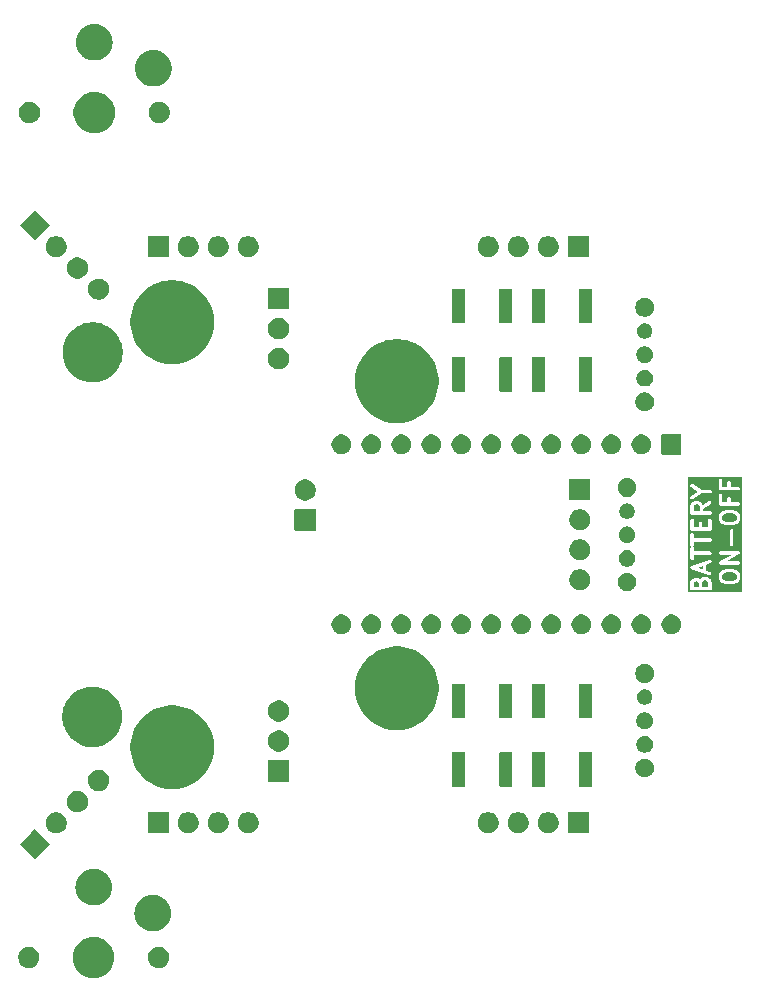
<source format=gbr>
G04 #@! TF.GenerationSoftware,KiCad,Pcbnew,9.0.2*
G04 #@! TF.CreationDate,2025-10-01T13:15:07-04:00*
G04 #@! TF.ProjectId,Trackball,54726163-6b62-4616-9c6c-2e6b69636164,rev?*
G04 #@! TF.SameCoordinates,Original*
G04 #@! TF.FileFunction,Soldermask,Top*
G04 #@! TF.FilePolarity,Negative*
%FSLAX46Y46*%
G04 Gerber Fmt 4.6, Leading zero omitted, Abs format (unit mm)*
G04 Created by KiCad (PCBNEW 9.0.2) date 2025-10-01 13:15:07*
%MOMM*%
%LPD*%
G01*
G04 APERTURE LIST*
G04 APERTURE END LIST*
G36*
X115091432Y-135650424D02*
G01*
X115314501Y-135710195D01*
X115527861Y-135798571D01*
X115727859Y-135914040D01*
X115911075Y-136054627D01*
X116074373Y-136217925D01*
X116214960Y-136401141D01*
X116330429Y-136601139D01*
X116418805Y-136814499D01*
X116478576Y-137037568D01*
X116508720Y-137266531D01*
X116508720Y-137497469D01*
X116478576Y-137726432D01*
X116418805Y-137949501D01*
X116330429Y-138162861D01*
X116214960Y-138362859D01*
X116074373Y-138546075D01*
X115911075Y-138709373D01*
X115727859Y-138849960D01*
X115527861Y-138965429D01*
X115314501Y-139053805D01*
X115091432Y-139113576D01*
X114862469Y-139143720D01*
X114631531Y-139143720D01*
X114402568Y-139113576D01*
X114179499Y-139053805D01*
X113966139Y-138965429D01*
X113766141Y-138849960D01*
X113582925Y-138709373D01*
X113419627Y-138546075D01*
X113279040Y-138362859D01*
X113163571Y-138162861D01*
X113075195Y-137949501D01*
X113015424Y-137726432D01*
X112985280Y-137497469D01*
X112985280Y-137266531D01*
X113015424Y-137037568D01*
X113075195Y-136814499D01*
X113163571Y-136601139D01*
X113279040Y-136401141D01*
X113419627Y-136217925D01*
X113582925Y-136054627D01*
X113766141Y-135914040D01*
X113966139Y-135798571D01*
X114179499Y-135710195D01*
X114402568Y-135650424D01*
X114631531Y-135620280D01*
X114862469Y-135620280D01*
X115091432Y-135650424D01*
G37*
G36*
X109508808Y-136518936D02*
G01*
X109672153Y-136586595D01*
X109819159Y-136684822D01*
X109944178Y-136809841D01*
X110042405Y-136956847D01*
X110110064Y-137120192D01*
X110144557Y-137293598D01*
X110144557Y-137470402D01*
X110110064Y-137643808D01*
X110042405Y-137807153D01*
X109944178Y-137954159D01*
X109819159Y-138079178D01*
X109672153Y-138177405D01*
X109508808Y-138245064D01*
X109335402Y-138279557D01*
X109158598Y-138279557D01*
X108985192Y-138245064D01*
X108821847Y-138177405D01*
X108674841Y-138079178D01*
X108549822Y-137954159D01*
X108451595Y-137807153D01*
X108383936Y-137643808D01*
X108349443Y-137470402D01*
X108349443Y-137293598D01*
X108383936Y-137120192D01*
X108451595Y-136956847D01*
X108549822Y-136809841D01*
X108674841Y-136684822D01*
X108821847Y-136586595D01*
X108985192Y-136518936D01*
X109158598Y-136484443D01*
X109335402Y-136484443D01*
X109508808Y-136518936D01*
G37*
G36*
X120508808Y-136518936D02*
G01*
X120672153Y-136586595D01*
X120819159Y-136684822D01*
X120944178Y-136809841D01*
X121042405Y-136956847D01*
X121110064Y-137120192D01*
X121144557Y-137293598D01*
X121144557Y-137470402D01*
X121110064Y-137643808D01*
X121042405Y-137807153D01*
X120944178Y-137954159D01*
X120819159Y-138079178D01*
X120672153Y-138177405D01*
X120508808Y-138245064D01*
X120335402Y-138279557D01*
X120158598Y-138279557D01*
X119985192Y-138245064D01*
X119821847Y-138177405D01*
X119674841Y-138079178D01*
X119549822Y-137954159D01*
X119451595Y-137807153D01*
X119383936Y-137643808D01*
X119349443Y-137470402D01*
X119349443Y-137293598D01*
X119383936Y-137120192D01*
X119451595Y-136956847D01*
X119549822Y-136809841D01*
X119674841Y-136684822D01*
X119821847Y-136586595D01*
X119985192Y-136518936D01*
X120158598Y-136484443D01*
X120335402Y-136484443D01*
X120508808Y-136518936D01*
G37*
G36*
X119857482Y-132085781D02*
G01*
X119868690Y-132085781D01*
X119923888Y-132094523D01*
X120049534Y-132111065D01*
X120080189Y-132119279D01*
X120109074Y-132123854D01*
X120164620Y-132141902D01*
X120245467Y-132163565D01*
X120297050Y-132184931D01*
X120340542Y-132199063D01*
X120381286Y-132219823D01*
X120432870Y-132241190D01*
X120505353Y-132283038D01*
X120557395Y-132309555D01*
X120581055Y-132326745D01*
X120608539Y-132342613D01*
X120709074Y-132419756D01*
X120754294Y-132452610D01*
X120762219Y-132460535D01*
X120769466Y-132466096D01*
X120912903Y-132609533D01*
X120918463Y-132616779D01*
X120926390Y-132624706D01*
X120959247Y-132669930D01*
X121036386Y-132770460D01*
X121052252Y-132797941D01*
X121069445Y-132821605D01*
X121095964Y-132873652D01*
X121137809Y-132946129D01*
X121159173Y-132997706D01*
X121179937Y-133038458D01*
X121194070Y-133081955D01*
X121215434Y-133133532D01*
X121237093Y-133214366D01*
X121255146Y-133269926D01*
X121259721Y-133298816D01*
X121267934Y-133329465D01*
X121284474Y-133455099D01*
X121293219Y-133510310D01*
X121293219Y-133521518D01*
X121294412Y-133530580D01*
X121294412Y-133733419D01*
X121293219Y-133742480D01*
X121293219Y-133753690D01*
X121284473Y-133808905D01*
X121267934Y-133934534D01*
X121259722Y-133965180D01*
X121255146Y-133994074D01*
X121237091Y-134049638D01*
X121215434Y-134130467D01*
X121194071Y-134182039D01*
X121179937Y-134225542D01*
X121159171Y-134266297D01*
X121137809Y-134317870D01*
X121095968Y-134390338D01*
X121069445Y-134442395D01*
X121052249Y-134466062D01*
X121036386Y-134493539D01*
X120959261Y-134594050D01*
X120926390Y-134639294D01*
X120918459Y-134647224D01*
X120912903Y-134654466D01*
X120769466Y-134797903D01*
X120762224Y-134803459D01*
X120754294Y-134811390D01*
X120709050Y-134844261D01*
X120608539Y-134921386D01*
X120581062Y-134937249D01*
X120557395Y-134954445D01*
X120505338Y-134980968D01*
X120432870Y-135022809D01*
X120381297Y-135044171D01*
X120340542Y-135064937D01*
X120297039Y-135079071D01*
X120245467Y-135100434D01*
X120164638Y-135122091D01*
X120109074Y-135140146D01*
X120080180Y-135144722D01*
X120049534Y-135152934D01*
X119923902Y-135169474D01*
X119868690Y-135178219D01*
X119857481Y-135178219D01*
X119848420Y-135179412D01*
X119645580Y-135179412D01*
X119636519Y-135178219D01*
X119625310Y-135178219D01*
X119570099Y-135169474D01*
X119444465Y-135152934D01*
X119413816Y-135144721D01*
X119384926Y-135140146D01*
X119329366Y-135122093D01*
X119248532Y-135100434D01*
X119196955Y-135079070D01*
X119153458Y-135064937D01*
X119112706Y-135044173D01*
X119061129Y-135022809D01*
X118988652Y-134980964D01*
X118936605Y-134954445D01*
X118912941Y-134937252D01*
X118885460Y-134921386D01*
X118784930Y-134844247D01*
X118739706Y-134811390D01*
X118731779Y-134803463D01*
X118724533Y-134797903D01*
X118581096Y-134654466D01*
X118575535Y-134647219D01*
X118567610Y-134639294D01*
X118534756Y-134594074D01*
X118457613Y-134493539D01*
X118441745Y-134466055D01*
X118424555Y-134442395D01*
X118398038Y-134390353D01*
X118356190Y-134317870D01*
X118334823Y-134266286D01*
X118314063Y-134225542D01*
X118299931Y-134182050D01*
X118278565Y-134130467D01*
X118256902Y-134049620D01*
X118238854Y-133994074D01*
X118234279Y-133965189D01*
X118226065Y-133934534D01*
X118209524Y-133808891D01*
X118200781Y-133753690D01*
X118200781Y-133742480D01*
X118199588Y-133733419D01*
X118199588Y-133530580D01*
X118200781Y-133521518D01*
X118200781Y-133510310D01*
X118209523Y-133455113D01*
X118226065Y-133329465D01*
X118234279Y-133298807D01*
X118238854Y-133269926D01*
X118256900Y-133214383D01*
X118278565Y-133133532D01*
X118299933Y-133081944D01*
X118314063Y-133038458D01*
X118334821Y-132997717D01*
X118356190Y-132946129D01*
X118398042Y-132873637D01*
X118424555Y-132821605D01*
X118441742Y-132797948D01*
X118457613Y-132770460D01*
X118534770Y-132669906D01*
X118567610Y-132624706D01*
X118575532Y-132616783D01*
X118581096Y-132609533D01*
X118724533Y-132466096D01*
X118731783Y-132460532D01*
X118739706Y-132452610D01*
X118784906Y-132419770D01*
X118885460Y-132342613D01*
X118912948Y-132326742D01*
X118936605Y-132309555D01*
X118988637Y-132283042D01*
X119061129Y-132241190D01*
X119112717Y-132219821D01*
X119153458Y-132199063D01*
X119196944Y-132184933D01*
X119248532Y-132163565D01*
X119329383Y-132141900D01*
X119384926Y-132123854D01*
X119413807Y-132119279D01*
X119444465Y-132111065D01*
X119570113Y-132094523D01*
X119625310Y-132085781D01*
X119636518Y-132085781D01*
X119645580Y-132084588D01*
X119848420Y-132084588D01*
X119857482Y-132085781D01*
G37*
G36*
X114857482Y-129885781D02*
G01*
X114868690Y-129885781D01*
X114923888Y-129894523D01*
X115049534Y-129911065D01*
X115080189Y-129919279D01*
X115109074Y-129923854D01*
X115164620Y-129941902D01*
X115245467Y-129963565D01*
X115297050Y-129984931D01*
X115340542Y-129999063D01*
X115381286Y-130019823D01*
X115432870Y-130041190D01*
X115505353Y-130083038D01*
X115557395Y-130109555D01*
X115581055Y-130126745D01*
X115608539Y-130142613D01*
X115709074Y-130219756D01*
X115754294Y-130252610D01*
X115762219Y-130260535D01*
X115769466Y-130266096D01*
X115912903Y-130409533D01*
X115918463Y-130416779D01*
X115926390Y-130424706D01*
X115959247Y-130469930D01*
X116036386Y-130570460D01*
X116052252Y-130597941D01*
X116069445Y-130621605D01*
X116095964Y-130673652D01*
X116137809Y-130746129D01*
X116159173Y-130797706D01*
X116179937Y-130838458D01*
X116194070Y-130881955D01*
X116215434Y-130933532D01*
X116237093Y-131014366D01*
X116255146Y-131069926D01*
X116259721Y-131098816D01*
X116267934Y-131129465D01*
X116284474Y-131255099D01*
X116293219Y-131310310D01*
X116293219Y-131321518D01*
X116294412Y-131330580D01*
X116294412Y-131533419D01*
X116293219Y-131542480D01*
X116293219Y-131553690D01*
X116284473Y-131608905D01*
X116267934Y-131734534D01*
X116259722Y-131765180D01*
X116255146Y-131794074D01*
X116237091Y-131849638D01*
X116215434Y-131930467D01*
X116194071Y-131982039D01*
X116179937Y-132025542D01*
X116159171Y-132066297D01*
X116137809Y-132117870D01*
X116095968Y-132190338D01*
X116069445Y-132242395D01*
X116052249Y-132266062D01*
X116036386Y-132293539D01*
X115959261Y-132394050D01*
X115926390Y-132439294D01*
X115918459Y-132447224D01*
X115912903Y-132454466D01*
X115769466Y-132597903D01*
X115762224Y-132603459D01*
X115754294Y-132611390D01*
X115709050Y-132644261D01*
X115608539Y-132721386D01*
X115581062Y-132737249D01*
X115557395Y-132754445D01*
X115505338Y-132780968D01*
X115432870Y-132822809D01*
X115381297Y-132844171D01*
X115340542Y-132864937D01*
X115297039Y-132879071D01*
X115245467Y-132900434D01*
X115164638Y-132922091D01*
X115109074Y-132940146D01*
X115080180Y-132944722D01*
X115049534Y-132952934D01*
X114923902Y-132969474D01*
X114868690Y-132978219D01*
X114857481Y-132978219D01*
X114848420Y-132979412D01*
X114645580Y-132979412D01*
X114636519Y-132978219D01*
X114625310Y-132978219D01*
X114570099Y-132969474D01*
X114444465Y-132952934D01*
X114413816Y-132944721D01*
X114384926Y-132940146D01*
X114329366Y-132922093D01*
X114248532Y-132900434D01*
X114196955Y-132879070D01*
X114153458Y-132864937D01*
X114112706Y-132844173D01*
X114061129Y-132822809D01*
X113988652Y-132780964D01*
X113936605Y-132754445D01*
X113912941Y-132737252D01*
X113885460Y-132721386D01*
X113784930Y-132644247D01*
X113739706Y-132611390D01*
X113731779Y-132603463D01*
X113724533Y-132597903D01*
X113581096Y-132454466D01*
X113575535Y-132447219D01*
X113567610Y-132439294D01*
X113534756Y-132394074D01*
X113457613Y-132293539D01*
X113441745Y-132266055D01*
X113424555Y-132242395D01*
X113398038Y-132190353D01*
X113356190Y-132117870D01*
X113334823Y-132066286D01*
X113314063Y-132025542D01*
X113299931Y-131982050D01*
X113278565Y-131930467D01*
X113256902Y-131849620D01*
X113238854Y-131794074D01*
X113234279Y-131765189D01*
X113226065Y-131734534D01*
X113209524Y-131608891D01*
X113200781Y-131553690D01*
X113200781Y-131542480D01*
X113199588Y-131533419D01*
X113199588Y-131330580D01*
X113200781Y-131321518D01*
X113200781Y-131310310D01*
X113209523Y-131255113D01*
X113226065Y-131129465D01*
X113234279Y-131098807D01*
X113238854Y-131069926D01*
X113256900Y-131014383D01*
X113278565Y-130933532D01*
X113299933Y-130881944D01*
X113314063Y-130838458D01*
X113334821Y-130797717D01*
X113356190Y-130746129D01*
X113398042Y-130673637D01*
X113424555Y-130621605D01*
X113441742Y-130597948D01*
X113457613Y-130570460D01*
X113534770Y-130469906D01*
X113567610Y-130424706D01*
X113575532Y-130416783D01*
X113581096Y-130409533D01*
X113724533Y-130266096D01*
X113731783Y-130260532D01*
X113739706Y-130252610D01*
X113784906Y-130219770D01*
X113885460Y-130142613D01*
X113912948Y-130126742D01*
X113936605Y-130109555D01*
X113988637Y-130083042D01*
X114061129Y-130041190D01*
X114112717Y-130019821D01*
X114153458Y-129999063D01*
X114196944Y-129984933D01*
X114248532Y-129963565D01*
X114329383Y-129941900D01*
X114384926Y-129923854D01*
X114413807Y-129919279D01*
X114444465Y-129911065D01*
X114570113Y-129894523D01*
X114625310Y-129885781D01*
X114636518Y-129885781D01*
X114645580Y-129884588D01*
X114848420Y-129884588D01*
X114857482Y-129885781D01*
G37*
G36*
X109793466Y-126536851D02*
G01*
X109810011Y-126547907D01*
X111012093Y-127749989D01*
X111023149Y-127766534D01*
X111027030Y-127786051D01*
X111023149Y-127805568D01*
X111012093Y-127822113D01*
X109810011Y-129024195D01*
X109793466Y-129035251D01*
X109773949Y-129039132D01*
X109754432Y-129035251D01*
X109737887Y-129024195D01*
X108535805Y-127822113D01*
X108524749Y-127805568D01*
X108520868Y-127786051D01*
X108524749Y-127766534D01*
X108535805Y-127749989D01*
X109432277Y-126853517D01*
X109729182Y-126556611D01*
X109729185Y-126556608D01*
X109737887Y-126547907D01*
X109754432Y-126536851D01*
X109773949Y-126532970D01*
X109793466Y-126536851D01*
G37*
G36*
X111831546Y-125127797D02*
G01*
X111994728Y-125195389D01*
X112141588Y-125293518D01*
X112266482Y-125418412D01*
X112364611Y-125565272D01*
X112432203Y-125728454D01*
X112466661Y-125901687D01*
X112466661Y-126078313D01*
X112432203Y-126251546D01*
X112364611Y-126414728D01*
X112266482Y-126561588D01*
X112141588Y-126686482D01*
X111994728Y-126784611D01*
X111831546Y-126852203D01*
X111658313Y-126886661D01*
X111481687Y-126886661D01*
X111308454Y-126852203D01*
X111145272Y-126784611D01*
X110998412Y-126686482D01*
X110873518Y-126561588D01*
X110775389Y-126414728D01*
X110707797Y-126251546D01*
X110673339Y-126078313D01*
X110673339Y-125901687D01*
X110707797Y-125728454D01*
X110775389Y-125565272D01*
X110873518Y-125418412D01*
X110998412Y-125293518D01*
X111145272Y-125195389D01*
X111308454Y-125127797D01*
X111481687Y-125093339D01*
X111658313Y-125093339D01*
X111831546Y-125127797D01*
G37*
G36*
X121077517Y-125086882D02*
G01*
X121094062Y-125097938D01*
X121105118Y-125114483D01*
X121109000Y-125134000D01*
X121109000Y-126834000D01*
X121105118Y-126853517D01*
X121094062Y-126870062D01*
X121077517Y-126881118D01*
X121058000Y-126885000D01*
X119358000Y-126885000D01*
X119338483Y-126881118D01*
X119321938Y-126870062D01*
X119310882Y-126853517D01*
X119307000Y-126834000D01*
X119307000Y-125134000D01*
X119310882Y-125114483D01*
X119321938Y-125097938D01*
X119338483Y-125086882D01*
X119358000Y-125083000D01*
X121058000Y-125083000D01*
X121077517Y-125086882D01*
G37*
G36*
X156637517Y-125086882D02*
G01*
X156654062Y-125097938D01*
X156665118Y-125114483D01*
X156669000Y-125134000D01*
X156669000Y-126834000D01*
X156665118Y-126853517D01*
X156654062Y-126870062D01*
X156637517Y-126881118D01*
X156618000Y-126885000D01*
X154918000Y-126885000D01*
X154898483Y-126881118D01*
X154881938Y-126870062D01*
X154870882Y-126853517D01*
X154867000Y-126834000D01*
X154867000Y-125134000D01*
X154870882Y-125114483D01*
X154881938Y-125097938D01*
X154898483Y-125086882D01*
X154918000Y-125083000D01*
X156618000Y-125083000D01*
X156637517Y-125086882D01*
G37*
G36*
X123009546Y-125121797D02*
G01*
X123172728Y-125189389D01*
X123319588Y-125287518D01*
X123444482Y-125412412D01*
X123542611Y-125559272D01*
X123610203Y-125722454D01*
X123644661Y-125895687D01*
X123644661Y-126072313D01*
X123610203Y-126245546D01*
X123542611Y-126408728D01*
X123444482Y-126555588D01*
X123319588Y-126680482D01*
X123172728Y-126778611D01*
X123009546Y-126846203D01*
X122836313Y-126880661D01*
X122659687Y-126880661D01*
X122486454Y-126846203D01*
X122323272Y-126778611D01*
X122176412Y-126680482D01*
X122051518Y-126555588D01*
X121953389Y-126408728D01*
X121885797Y-126245546D01*
X121851339Y-126072313D01*
X121851339Y-125895687D01*
X121885797Y-125722454D01*
X121953389Y-125559272D01*
X122051518Y-125412412D01*
X122176412Y-125287518D01*
X122323272Y-125189389D01*
X122486454Y-125121797D01*
X122659687Y-125087339D01*
X122836313Y-125087339D01*
X123009546Y-125121797D01*
G37*
G36*
X125549546Y-125121797D02*
G01*
X125712728Y-125189389D01*
X125859588Y-125287518D01*
X125984482Y-125412412D01*
X126082611Y-125559272D01*
X126150203Y-125722454D01*
X126184661Y-125895687D01*
X126184661Y-126072313D01*
X126150203Y-126245546D01*
X126082611Y-126408728D01*
X125984482Y-126555588D01*
X125859588Y-126680482D01*
X125712728Y-126778611D01*
X125549546Y-126846203D01*
X125376313Y-126880661D01*
X125199687Y-126880661D01*
X125026454Y-126846203D01*
X124863272Y-126778611D01*
X124716412Y-126680482D01*
X124591518Y-126555588D01*
X124493389Y-126408728D01*
X124425797Y-126245546D01*
X124391339Y-126072313D01*
X124391339Y-125895687D01*
X124425797Y-125722454D01*
X124493389Y-125559272D01*
X124591518Y-125412412D01*
X124716412Y-125287518D01*
X124863272Y-125189389D01*
X125026454Y-125121797D01*
X125199687Y-125087339D01*
X125376313Y-125087339D01*
X125549546Y-125121797D01*
G37*
G36*
X128089546Y-125121797D02*
G01*
X128252728Y-125189389D01*
X128399588Y-125287518D01*
X128524482Y-125412412D01*
X128622611Y-125559272D01*
X128690203Y-125722454D01*
X128724661Y-125895687D01*
X128724661Y-126072313D01*
X128690203Y-126245546D01*
X128622611Y-126408728D01*
X128524482Y-126555588D01*
X128399588Y-126680482D01*
X128252728Y-126778611D01*
X128089546Y-126846203D01*
X127916313Y-126880661D01*
X127739687Y-126880661D01*
X127566454Y-126846203D01*
X127403272Y-126778611D01*
X127256412Y-126680482D01*
X127131518Y-126555588D01*
X127033389Y-126408728D01*
X126965797Y-126245546D01*
X126931339Y-126072313D01*
X126931339Y-125895687D01*
X126965797Y-125722454D01*
X127033389Y-125559272D01*
X127131518Y-125412412D01*
X127256412Y-125287518D01*
X127403272Y-125189389D01*
X127566454Y-125121797D01*
X127739687Y-125087339D01*
X127916313Y-125087339D01*
X128089546Y-125121797D01*
G37*
G36*
X148409546Y-125121797D02*
G01*
X148572728Y-125189389D01*
X148719588Y-125287518D01*
X148844482Y-125412412D01*
X148942611Y-125559272D01*
X149010203Y-125722454D01*
X149044661Y-125895687D01*
X149044661Y-126072313D01*
X149010203Y-126245546D01*
X148942611Y-126408728D01*
X148844482Y-126555588D01*
X148719588Y-126680482D01*
X148572728Y-126778611D01*
X148409546Y-126846203D01*
X148236313Y-126880661D01*
X148059687Y-126880661D01*
X147886454Y-126846203D01*
X147723272Y-126778611D01*
X147576412Y-126680482D01*
X147451518Y-126555588D01*
X147353389Y-126408728D01*
X147285797Y-126245546D01*
X147251339Y-126072313D01*
X147251339Y-125895687D01*
X147285797Y-125722454D01*
X147353389Y-125559272D01*
X147451518Y-125412412D01*
X147576412Y-125287518D01*
X147723272Y-125189389D01*
X147886454Y-125121797D01*
X148059687Y-125087339D01*
X148236313Y-125087339D01*
X148409546Y-125121797D01*
G37*
G36*
X150949546Y-125121797D02*
G01*
X151112728Y-125189389D01*
X151259588Y-125287518D01*
X151384482Y-125412412D01*
X151482611Y-125559272D01*
X151550203Y-125722454D01*
X151584661Y-125895687D01*
X151584661Y-126072313D01*
X151550203Y-126245546D01*
X151482611Y-126408728D01*
X151384482Y-126555588D01*
X151259588Y-126680482D01*
X151112728Y-126778611D01*
X150949546Y-126846203D01*
X150776313Y-126880661D01*
X150599687Y-126880661D01*
X150426454Y-126846203D01*
X150263272Y-126778611D01*
X150116412Y-126680482D01*
X149991518Y-126555588D01*
X149893389Y-126408728D01*
X149825797Y-126245546D01*
X149791339Y-126072313D01*
X149791339Y-125895687D01*
X149825797Y-125722454D01*
X149893389Y-125559272D01*
X149991518Y-125412412D01*
X150116412Y-125287518D01*
X150263272Y-125189389D01*
X150426454Y-125121797D01*
X150599687Y-125087339D01*
X150776313Y-125087339D01*
X150949546Y-125121797D01*
G37*
G36*
X153489546Y-125121797D02*
G01*
X153652728Y-125189389D01*
X153799588Y-125287518D01*
X153924482Y-125412412D01*
X154022611Y-125559272D01*
X154090203Y-125722454D01*
X154124661Y-125895687D01*
X154124661Y-126072313D01*
X154090203Y-126245546D01*
X154022611Y-126408728D01*
X153924482Y-126555588D01*
X153799588Y-126680482D01*
X153652728Y-126778611D01*
X153489546Y-126846203D01*
X153316313Y-126880661D01*
X153139687Y-126880661D01*
X152966454Y-126846203D01*
X152803272Y-126778611D01*
X152656412Y-126680482D01*
X152531518Y-126555588D01*
X152433389Y-126408728D01*
X152365797Y-126245546D01*
X152331339Y-126072313D01*
X152331339Y-125895687D01*
X152365797Y-125722454D01*
X152433389Y-125559272D01*
X152531518Y-125412412D01*
X152656412Y-125287518D01*
X152803272Y-125189389D01*
X152966454Y-125121797D01*
X153139687Y-125087339D01*
X153316313Y-125087339D01*
X153489546Y-125121797D01*
G37*
G36*
X113627597Y-123331746D02*
G01*
X113790779Y-123399338D01*
X113937639Y-123497467D01*
X114062533Y-123622361D01*
X114160662Y-123769221D01*
X114228254Y-123932403D01*
X114262712Y-124105636D01*
X114262712Y-124282262D01*
X114228254Y-124455495D01*
X114160662Y-124618677D01*
X114062533Y-124765537D01*
X113937639Y-124890431D01*
X113790779Y-124988560D01*
X113627597Y-125056152D01*
X113454364Y-125090610D01*
X113277738Y-125090610D01*
X113104505Y-125056152D01*
X112941323Y-124988560D01*
X112794463Y-124890431D01*
X112669569Y-124765537D01*
X112571440Y-124618677D01*
X112503848Y-124455495D01*
X112469390Y-124282262D01*
X112469390Y-124105636D01*
X112503848Y-123932403D01*
X112571440Y-123769221D01*
X112669569Y-123622361D01*
X112794463Y-123497467D01*
X112941323Y-123399338D01*
X113104505Y-123331746D01*
X113277738Y-123297288D01*
X113454364Y-123297288D01*
X113627597Y-123331746D01*
G37*
G36*
X115423649Y-121535694D02*
G01*
X115586831Y-121603286D01*
X115733691Y-121701415D01*
X115858585Y-121826309D01*
X115956714Y-121973169D01*
X116024306Y-122136351D01*
X116058764Y-122309584D01*
X116058764Y-122486210D01*
X116024306Y-122659443D01*
X115956714Y-122822625D01*
X115858585Y-122969485D01*
X115733691Y-123094379D01*
X115586831Y-123192508D01*
X115423649Y-123260100D01*
X115250416Y-123294558D01*
X115073790Y-123294558D01*
X114900557Y-123260100D01*
X114737375Y-123192508D01*
X114590515Y-123094379D01*
X114465621Y-122969485D01*
X114367492Y-122822625D01*
X114299900Y-122659443D01*
X114265442Y-122486210D01*
X114265442Y-122309584D01*
X114299900Y-122136351D01*
X114367492Y-121973169D01*
X114465621Y-121826309D01*
X114590515Y-121701415D01*
X114737375Y-121603286D01*
X114900557Y-121535694D01*
X115073790Y-121501236D01*
X115250416Y-121501236D01*
X115423649Y-121535694D01*
G37*
G36*
X121921040Y-116087434D02*
G01*
X122262823Y-116155419D01*
X122596296Y-116256577D01*
X122918248Y-116389934D01*
X123225579Y-116554206D01*
X123515328Y-116747810D01*
X123784706Y-116968883D01*
X124031117Y-117215294D01*
X124252190Y-117484672D01*
X124445794Y-117774421D01*
X124610066Y-118081752D01*
X124743423Y-118403704D01*
X124844581Y-118737177D01*
X124912566Y-119078960D01*
X124946723Y-119425761D01*
X124946723Y-119774239D01*
X124912566Y-120121040D01*
X124844581Y-120462823D01*
X124743423Y-120796296D01*
X124610066Y-121118248D01*
X124445794Y-121425579D01*
X124252190Y-121715328D01*
X124031117Y-121984706D01*
X123784706Y-122231117D01*
X123515328Y-122452190D01*
X123225579Y-122645794D01*
X122918248Y-122810066D01*
X122596296Y-122943423D01*
X122262823Y-123044581D01*
X121921040Y-123112566D01*
X121574239Y-123146723D01*
X121225761Y-123146723D01*
X120878960Y-123112566D01*
X120537177Y-123044581D01*
X120203704Y-122943423D01*
X119881752Y-122810066D01*
X119574421Y-122645794D01*
X119284672Y-122452190D01*
X119015294Y-122231117D01*
X118768883Y-121984706D01*
X118547810Y-121715328D01*
X118354206Y-121425579D01*
X118189934Y-121118248D01*
X118056577Y-120796296D01*
X117955419Y-120462823D01*
X117887434Y-120121040D01*
X117853277Y-119774239D01*
X117853277Y-119425761D01*
X117887434Y-119078960D01*
X117955419Y-118737177D01*
X118056577Y-118403704D01*
X118189934Y-118081752D01*
X118354206Y-117774421D01*
X118547810Y-117484672D01*
X118768883Y-117215294D01*
X119015294Y-116968883D01*
X119284672Y-116747810D01*
X119574421Y-116554206D01*
X119881752Y-116389934D01*
X120203704Y-116256577D01*
X120537177Y-116155419D01*
X120878960Y-116087434D01*
X121225761Y-116053277D01*
X121574239Y-116053277D01*
X121921040Y-116087434D01*
G37*
G36*
X146169517Y-120027882D02*
G01*
X146186062Y-120038938D01*
X146197118Y-120055483D01*
X146201000Y-120075000D01*
X146201000Y-122875000D01*
X146197118Y-122894517D01*
X146186062Y-122911062D01*
X146169517Y-122922118D01*
X146150000Y-122926000D01*
X145150000Y-122926000D01*
X145130483Y-122922118D01*
X145113938Y-122911062D01*
X145102882Y-122894517D01*
X145099000Y-122875000D01*
X145099000Y-120075000D01*
X145102882Y-120055483D01*
X145113938Y-120038938D01*
X145130483Y-120027882D01*
X145150000Y-120024000D01*
X146150000Y-120024000D01*
X146169517Y-120027882D01*
G37*
G36*
X150169517Y-120027882D02*
G01*
X150186062Y-120038938D01*
X150197118Y-120055483D01*
X150201000Y-120075000D01*
X150201000Y-122875000D01*
X150197118Y-122894517D01*
X150186062Y-122911062D01*
X150169517Y-122922118D01*
X150150000Y-122926000D01*
X149150000Y-122926000D01*
X149130483Y-122922118D01*
X149113938Y-122911062D01*
X149102882Y-122894517D01*
X149099000Y-122875000D01*
X149099000Y-120075000D01*
X149102882Y-120055483D01*
X149113938Y-120038938D01*
X149130483Y-120027882D01*
X149150000Y-120024000D01*
X150150000Y-120024000D01*
X150169517Y-120027882D01*
G37*
G36*
X152919517Y-120027882D02*
G01*
X152936062Y-120038938D01*
X152947118Y-120055483D01*
X152951000Y-120075000D01*
X152951000Y-122875000D01*
X152947118Y-122894517D01*
X152936062Y-122911062D01*
X152919517Y-122922118D01*
X152900000Y-122926000D01*
X151900000Y-122926000D01*
X151880483Y-122922118D01*
X151863938Y-122911062D01*
X151852882Y-122894517D01*
X151849000Y-122875000D01*
X151849000Y-120075000D01*
X151852882Y-120055483D01*
X151863938Y-120038938D01*
X151880483Y-120027882D01*
X151900000Y-120024000D01*
X152900000Y-120024000D01*
X152919517Y-120027882D01*
G37*
G36*
X156919517Y-120027882D02*
G01*
X156936062Y-120038938D01*
X156947118Y-120055483D01*
X156951000Y-120075000D01*
X156951000Y-122875000D01*
X156947118Y-122894517D01*
X156936062Y-122911062D01*
X156919517Y-122922118D01*
X156900000Y-122926000D01*
X155900000Y-122926000D01*
X155880483Y-122922118D01*
X155863938Y-122911062D01*
X155852882Y-122894517D01*
X155849000Y-122875000D01*
X155849000Y-120075000D01*
X155852882Y-120055483D01*
X155863938Y-120038938D01*
X155880483Y-120027882D01*
X155900000Y-120024000D01*
X156900000Y-120024000D01*
X156919517Y-120027882D01*
G37*
G36*
X131269517Y-120702882D02*
G01*
X131286062Y-120713938D01*
X131297118Y-120730483D01*
X131301000Y-120750000D01*
X131301000Y-122450000D01*
X131297118Y-122469517D01*
X131286062Y-122486062D01*
X131269517Y-122497118D01*
X131250000Y-122501000D01*
X129550000Y-122501000D01*
X129530483Y-122497118D01*
X129513938Y-122486062D01*
X129502882Y-122469517D01*
X129499000Y-122450000D01*
X129499000Y-120750000D01*
X129502882Y-120730483D01*
X129513938Y-120713938D01*
X129530483Y-120702882D01*
X129550000Y-120699000D01*
X131250000Y-120699000D01*
X131269517Y-120702882D01*
G37*
G36*
X161632518Y-120583491D02*
G01*
X161777589Y-120643581D01*
X161908149Y-120730819D01*
X162019181Y-120841851D01*
X162106419Y-120972411D01*
X162166509Y-121117482D01*
X162197143Y-121271488D01*
X162197143Y-121428512D01*
X162166509Y-121582518D01*
X162106419Y-121727589D01*
X162019181Y-121858149D01*
X161908149Y-121969181D01*
X161777589Y-122056419D01*
X161632518Y-122116509D01*
X161478512Y-122147143D01*
X161321488Y-122147143D01*
X161167482Y-122116509D01*
X161022411Y-122056419D01*
X160891851Y-121969181D01*
X160780819Y-121858149D01*
X160693581Y-121727589D01*
X160633491Y-121582518D01*
X160602857Y-121428512D01*
X160602857Y-121271488D01*
X160633491Y-121117482D01*
X160693581Y-120972411D01*
X160780819Y-120841851D01*
X160891851Y-120730819D01*
X161022411Y-120643581D01*
X161167482Y-120583491D01*
X161321488Y-120552857D01*
X161478512Y-120552857D01*
X161632518Y-120583491D01*
G37*
G36*
X161603490Y-118679185D02*
G01*
X161730449Y-118731773D01*
X161844710Y-118808120D01*
X161941880Y-118905290D01*
X162018227Y-119019551D01*
X162070815Y-119146510D01*
X162097624Y-119281290D01*
X162097624Y-119418710D01*
X162070815Y-119553490D01*
X162018227Y-119680449D01*
X161941880Y-119794710D01*
X161844710Y-119891880D01*
X161730449Y-119968227D01*
X161603490Y-120020815D01*
X161468710Y-120047624D01*
X161331290Y-120047624D01*
X161196510Y-120020815D01*
X161069551Y-119968227D01*
X160955290Y-119891880D01*
X160858120Y-119794710D01*
X160781773Y-119680449D01*
X160729185Y-119553490D01*
X160702376Y-119418710D01*
X160702376Y-119281290D01*
X160729185Y-119146510D01*
X160781773Y-119019551D01*
X160858120Y-118905290D01*
X160955290Y-118808120D01*
X161069551Y-118731773D01*
X161196510Y-118679185D01*
X161331290Y-118652376D01*
X161468710Y-118652376D01*
X161603490Y-118679185D01*
G37*
G36*
X130661546Y-118197797D02*
G01*
X130824728Y-118265389D01*
X130971588Y-118363518D01*
X131096482Y-118488412D01*
X131194611Y-118635272D01*
X131262203Y-118798454D01*
X131296661Y-118971687D01*
X131296661Y-119148313D01*
X131262203Y-119321546D01*
X131194611Y-119484728D01*
X131096482Y-119631588D01*
X130971588Y-119756482D01*
X130824728Y-119854611D01*
X130661546Y-119922203D01*
X130488313Y-119956661D01*
X130311687Y-119956661D01*
X130138454Y-119922203D01*
X129975272Y-119854611D01*
X129828412Y-119756482D01*
X129703518Y-119631588D01*
X129605389Y-119484728D01*
X129537797Y-119321546D01*
X129503339Y-119148313D01*
X129503339Y-118971687D01*
X129537797Y-118798454D01*
X129605389Y-118635272D01*
X129703518Y-118488412D01*
X129828412Y-118363518D01*
X129975272Y-118265389D01*
X130138454Y-118197797D01*
X130311687Y-118163339D01*
X130488313Y-118163339D01*
X130661546Y-118197797D01*
G37*
G36*
X115067308Y-114505043D02*
G01*
X115346207Y-114568700D01*
X115616225Y-114663183D01*
X115873967Y-114787305D01*
X116116190Y-114939504D01*
X116339850Y-115117867D01*
X116542133Y-115320150D01*
X116720496Y-115543810D01*
X116872695Y-115786033D01*
X116996817Y-116043775D01*
X117091300Y-116313793D01*
X117154957Y-116592692D01*
X117186987Y-116876964D01*
X117186987Y-117163036D01*
X117154957Y-117447308D01*
X117091300Y-117726207D01*
X116996817Y-117996225D01*
X116872695Y-118253967D01*
X116720496Y-118496190D01*
X116542133Y-118719850D01*
X116339850Y-118922133D01*
X116116190Y-119100496D01*
X115873967Y-119252695D01*
X115616225Y-119376817D01*
X115346207Y-119471300D01*
X115067308Y-119534957D01*
X114783036Y-119566987D01*
X114496964Y-119566987D01*
X114212692Y-119534957D01*
X113933793Y-119471300D01*
X113663775Y-119376817D01*
X113406033Y-119252695D01*
X113163810Y-119100496D01*
X112940150Y-118922133D01*
X112737867Y-118719850D01*
X112559504Y-118496190D01*
X112407305Y-118253967D01*
X112283183Y-117996225D01*
X112188700Y-117726207D01*
X112125043Y-117447308D01*
X112093013Y-117163036D01*
X112093013Y-116876964D01*
X112125043Y-116592692D01*
X112188700Y-116313793D01*
X112283183Y-116043775D01*
X112407305Y-115786033D01*
X112559504Y-115543810D01*
X112737867Y-115320150D01*
X112940150Y-115117867D01*
X113163810Y-114939504D01*
X113406033Y-114787305D01*
X113663775Y-114663183D01*
X113933793Y-114568700D01*
X114212692Y-114505043D01*
X114496964Y-114473013D01*
X114783036Y-114473013D01*
X115067308Y-114505043D01*
G37*
G36*
X140921040Y-111087434D02*
G01*
X141262823Y-111155419D01*
X141596296Y-111256577D01*
X141918248Y-111389934D01*
X142225579Y-111554206D01*
X142515328Y-111747810D01*
X142784706Y-111968883D01*
X143031117Y-112215294D01*
X143252190Y-112484672D01*
X143445794Y-112774421D01*
X143610066Y-113081752D01*
X143743423Y-113403704D01*
X143844581Y-113737177D01*
X143912566Y-114078960D01*
X143946723Y-114425761D01*
X143946723Y-114774239D01*
X143912566Y-115121040D01*
X143844581Y-115462823D01*
X143743423Y-115796296D01*
X143610066Y-116118248D01*
X143445794Y-116425579D01*
X143252190Y-116715328D01*
X143031117Y-116984706D01*
X142784706Y-117231117D01*
X142515328Y-117452190D01*
X142225579Y-117645794D01*
X141918248Y-117810066D01*
X141596296Y-117943423D01*
X141262823Y-118044581D01*
X140921040Y-118112566D01*
X140574239Y-118146723D01*
X140225761Y-118146723D01*
X139878960Y-118112566D01*
X139537177Y-118044581D01*
X139203704Y-117943423D01*
X138881752Y-117810066D01*
X138574421Y-117645794D01*
X138284672Y-117452190D01*
X138015294Y-117231117D01*
X137768883Y-116984706D01*
X137547810Y-116715328D01*
X137354206Y-116425579D01*
X137189934Y-116118248D01*
X137056577Y-115796296D01*
X136955419Y-115462823D01*
X136887434Y-115121040D01*
X136853277Y-114774239D01*
X136853277Y-114425761D01*
X136887434Y-114078960D01*
X136955419Y-113737177D01*
X137056577Y-113403704D01*
X137189934Y-113081752D01*
X137354206Y-112774421D01*
X137547810Y-112484672D01*
X137768883Y-112215294D01*
X138015294Y-111968883D01*
X138284672Y-111747810D01*
X138574421Y-111554206D01*
X138881752Y-111389934D01*
X139203704Y-111256577D01*
X139537177Y-111155419D01*
X139878960Y-111087434D01*
X140225761Y-111053277D01*
X140574239Y-111053277D01*
X140921040Y-111087434D01*
G37*
G36*
X161603490Y-116679185D02*
G01*
X161730449Y-116731773D01*
X161844710Y-116808120D01*
X161941880Y-116905290D01*
X162018227Y-117019551D01*
X162070815Y-117146510D01*
X162097624Y-117281290D01*
X162097624Y-117418710D01*
X162070815Y-117553490D01*
X162018227Y-117680449D01*
X161941880Y-117794710D01*
X161844710Y-117891880D01*
X161730449Y-117968227D01*
X161603490Y-118020815D01*
X161468710Y-118047624D01*
X161331290Y-118047624D01*
X161196510Y-118020815D01*
X161069551Y-117968227D01*
X160955290Y-117891880D01*
X160858120Y-117794710D01*
X160781773Y-117680449D01*
X160729185Y-117553490D01*
X160702376Y-117418710D01*
X160702376Y-117281290D01*
X160729185Y-117146510D01*
X160781773Y-117019551D01*
X160858120Y-116905290D01*
X160955290Y-116808120D01*
X161069551Y-116731773D01*
X161196510Y-116679185D01*
X161331290Y-116652376D01*
X161468710Y-116652376D01*
X161603490Y-116679185D01*
G37*
G36*
X130661546Y-115657797D02*
G01*
X130824728Y-115725389D01*
X130971588Y-115823518D01*
X131096482Y-115948412D01*
X131194611Y-116095272D01*
X131262203Y-116258454D01*
X131296661Y-116431687D01*
X131296661Y-116608313D01*
X131262203Y-116781546D01*
X131194611Y-116944728D01*
X131096482Y-117091588D01*
X130971588Y-117216482D01*
X130824728Y-117314611D01*
X130661546Y-117382203D01*
X130488313Y-117416661D01*
X130311687Y-117416661D01*
X130138454Y-117382203D01*
X129975272Y-117314611D01*
X129828412Y-117216482D01*
X129703518Y-117091588D01*
X129605389Y-116944728D01*
X129537797Y-116781546D01*
X129503339Y-116608313D01*
X129503339Y-116431687D01*
X129537797Y-116258454D01*
X129605389Y-116095272D01*
X129703518Y-115948412D01*
X129828412Y-115823518D01*
X129975272Y-115725389D01*
X130138454Y-115657797D01*
X130311687Y-115623339D01*
X130488313Y-115623339D01*
X130661546Y-115657797D01*
G37*
G36*
X146169517Y-114227882D02*
G01*
X146186062Y-114238938D01*
X146197118Y-114255483D01*
X146201000Y-114275000D01*
X146201000Y-117075000D01*
X146197118Y-117094517D01*
X146186062Y-117111062D01*
X146169517Y-117122118D01*
X146150000Y-117126000D01*
X145150000Y-117126000D01*
X145130483Y-117122118D01*
X145113938Y-117111062D01*
X145102882Y-117094517D01*
X145099000Y-117075000D01*
X145099000Y-114275000D01*
X145102882Y-114255483D01*
X145113938Y-114238938D01*
X145130483Y-114227882D01*
X145150000Y-114224000D01*
X146150000Y-114224000D01*
X146169517Y-114227882D01*
G37*
G36*
X150169517Y-114227882D02*
G01*
X150186062Y-114238938D01*
X150197118Y-114255483D01*
X150201000Y-114275000D01*
X150201000Y-117075000D01*
X150197118Y-117094517D01*
X150186062Y-117111062D01*
X150169517Y-117122118D01*
X150150000Y-117126000D01*
X149150000Y-117126000D01*
X149130483Y-117122118D01*
X149113938Y-117111062D01*
X149102882Y-117094517D01*
X149099000Y-117075000D01*
X149099000Y-114275000D01*
X149102882Y-114255483D01*
X149113938Y-114238938D01*
X149130483Y-114227882D01*
X149150000Y-114224000D01*
X150150000Y-114224000D01*
X150169517Y-114227882D01*
G37*
G36*
X152919517Y-114227882D02*
G01*
X152936062Y-114238938D01*
X152947118Y-114255483D01*
X152951000Y-114275000D01*
X152951000Y-117075000D01*
X152947118Y-117094517D01*
X152936062Y-117111062D01*
X152919517Y-117122118D01*
X152900000Y-117126000D01*
X151900000Y-117126000D01*
X151880483Y-117122118D01*
X151863938Y-117111062D01*
X151852882Y-117094517D01*
X151849000Y-117075000D01*
X151849000Y-114275000D01*
X151852882Y-114255483D01*
X151863938Y-114238938D01*
X151880483Y-114227882D01*
X151900000Y-114224000D01*
X152900000Y-114224000D01*
X152919517Y-114227882D01*
G37*
G36*
X156919517Y-114227882D02*
G01*
X156936062Y-114238938D01*
X156947118Y-114255483D01*
X156951000Y-114275000D01*
X156951000Y-117075000D01*
X156947118Y-117094517D01*
X156936062Y-117111062D01*
X156919517Y-117122118D01*
X156900000Y-117126000D01*
X155900000Y-117126000D01*
X155880483Y-117122118D01*
X155863938Y-117111062D01*
X155852882Y-117094517D01*
X155849000Y-117075000D01*
X155849000Y-114275000D01*
X155852882Y-114255483D01*
X155863938Y-114238938D01*
X155880483Y-114227882D01*
X155900000Y-114224000D01*
X156900000Y-114224000D01*
X156919517Y-114227882D01*
G37*
G36*
X161588975Y-114727032D02*
G01*
X161706879Y-114775869D01*
X161812990Y-114846770D01*
X161903230Y-114937010D01*
X161974131Y-115043121D01*
X162022968Y-115161025D01*
X162047865Y-115286191D01*
X162047865Y-115413809D01*
X162022968Y-115538975D01*
X161974131Y-115656879D01*
X161903230Y-115762990D01*
X161812990Y-115853230D01*
X161706879Y-115924131D01*
X161588975Y-115972968D01*
X161463809Y-115997865D01*
X161336191Y-115997865D01*
X161211025Y-115972968D01*
X161093121Y-115924131D01*
X160987010Y-115853230D01*
X160896770Y-115762990D01*
X160825869Y-115656879D01*
X160777032Y-115538975D01*
X160752135Y-115413809D01*
X160752135Y-115286191D01*
X160777032Y-115161025D01*
X160825869Y-115043121D01*
X160896770Y-114937010D01*
X160987010Y-114846770D01*
X161093121Y-114775869D01*
X161211025Y-114727032D01*
X161336191Y-114702135D01*
X161463809Y-114702135D01*
X161588975Y-114727032D01*
G37*
G36*
X161632518Y-112583491D02*
G01*
X161777589Y-112643581D01*
X161908149Y-112730819D01*
X162019181Y-112841851D01*
X162106419Y-112972411D01*
X162166509Y-113117482D01*
X162197143Y-113271488D01*
X162197143Y-113428512D01*
X162166509Y-113582518D01*
X162106419Y-113727589D01*
X162019181Y-113858149D01*
X161908149Y-113969181D01*
X161777589Y-114056419D01*
X161632518Y-114116509D01*
X161478512Y-114147143D01*
X161321488Y-114147143D01*
X161167482Y-114116509D01*
X161022411Y-114056419D01*
X160891851Y-113969181D01*
X160780819Y-113858149D01*
X160693581Y-113727589D01*
X160633491Y-113582518D01*
X160602857Y-113428512D01*
X160602857Y-113271488D01*
X160633491Y-113117482D01*
X160693581Y-112972411D01*
X160780819Y-112841851D01*
X160891851Y-112730819D01*
X161022411Y-112643581D01*
X161167482Y-112583491D01*
X161321488Y-112552857D01*
X161478512Y-112552857D01*
X161632518Y-112583491D01*
G37*
G36*
X135967032Y-108385644D02*
G01*
X136121159Y-108449485D01*
X136259869Y-108542168D01*
X136377832Y-108660131D01*
X136470515Y-108798841D01*
X136534356Y-108952968D01*
X136566902Y-109116587D01*
X136566902Y-109283413D01*
X136534356Y-109447032D01*
X136470515Y-109601159D01*
X136377832Y-109739869D01*
X136259869Y-109857832D01*
X136121159Y-109950515D01*
X135967032Y-110014356D01*
X135803413Y-110046902D01*
X135636587Y-110046902D01*
X135472968Y-110014356D01*
X135318841Y-109950515D01*
X135180131Y-109857832D01*
X135062168Y-109739869D01*
X134969485Y-109601159D01*
X134905644Y-109447032D01*
X134873098Y-109283413D01*
X134873098Y-109116587D01*
X134905644Y-108952968D01*
X134969485Y-108798841D01*
X135062168Y-108660131D01*
X135180131Y-108542168D01*
X135318841Y-108449485D01*
X135472968Y-108385644D01*
X135636587Y-108353098D01*
X135803413Y-108353098D01*
X135967032Y-108385644D01*
G37*
G36*
X138507032Y-108385644D02*
G01*
X138661159Y-108449485D01*
X138799869Y-108542168D01*
X138917832Y-108660131D01*
X139010515Y-108798841D01*
X139074356Y-108952968D01*
X139106902Y-109116587D01*
X139106902Y-109283413D01*
X139074356Y-109447032D01*
X139010515Y-109601159D01*
X138917832Y-109739869D01*
X138799869Y-109857832D01*
X138661159Y-109950515D01*
X138507032Y-110014356D01*
X138343413Y-110046902D01*
X138176587Y-110046902D01*
X138012968Y-110014356D01*
X137858841Y-109950515D01*
X137720131Y-109857832D01*
X137602168Y-109739869D01*
X137509485Y-109601159D01*
X137445644Y-109447032D01*
X137413098Y-109283413D01*
X137413098Y-109116587D01*
X137445644Y-108952968D01*
X137509485Y-108798841D01*
X137602168Y-108660131D01*
X137720131Y-108542168D01*
X137858841Y-108449485D01*
X138012968Y-108385644D01*
X138176587Y-108353098D01*
X138343413Y-108353098D01*
X138507032Y-108385644D01*
G37*
G36*
X141047032Y-108385644D02*
G01*
X141201159Y-108449485D01*
X141339869Y-108542168D01*
X141457832Y-108660131D01*
X141550515Y-108798841D01*
X141614356Y-108952968D01*
X141646902Y-109116587D01*
X141646902Y-109283413D01*
X141614356Y-109447032D01*
X141550515Y-109601159D01*
X141457832Y-109739869D01*
X141339869Y-109857832D01*
X141201159Y-109950515D01*
X141047032Y-110014356D01*
X140883413Y-110046902D01*
X140716587Y-110046902D01*
X140552968Y-110014356D01*
X140398841Y-109950515D01*
X140260131Y-109857832D01*
X140142168Y-109739869D01*
X140049485Y-109601159D01*
X139985644Y-109447032D01*
X139953098Y-109283413D01*
X139953098Y-109116587D01*
X139985644Y-108952968D01*
X140049485Y-108798841D01*
X140142168Y-108660131D01*
X140260131Y-108542168D01*
X140398841Y-108449485D01*
X140552968Y-108385644D01*
X140716587Y-108353098D01*
X140883413Y-108353098D01*
X141047032Y-108385644D01*
G37*
G36*
X143587032Y-108385644D02*
G01*
X143741159Y-108449485D01*
X143879869Y-108542168D01*
X143997832Y-108660131D01*
X144090515Y-108798841D01*
X144154356Y-108952968D01*
X144186902Y-109116587D01*
X144186902Y-109283413D01*
X144154356Y-109447032D01*
X144090515Y-109601159D01*
X143997832Y-109739869D01*
X143879869Y-109857832D01*
X143741159Y-109950515D01*
X143587032Y-110014356D01*
X143423413Y-110046902D01*
X143256587Y-110046902D01*
X143092968Y-110014356D01*
X142938841Y-109950515D01*
X142800131Y-109857832D01*
X142682168Y-109739869D01*
X142589485Y-109601159D01*
X142525644Y-109447032D01*
X142493098Y-109283413D01*
X142493098Y-109116587D01*
X142525644Y-108952968D01*
X142589485Y-108798841D01*
X142682168Y-108660131D01*
X142800131Y-108542168D01*
X142938841Y-108449485D01*
X143092968Y-108385644D01*
X143256587Y-108353098D01*
X143423413Y-108353098D01*
X143587032Y-108385644D01*
G37*
G36*
X146127032Y-108385644D02*
G01*
X146281159Y-108449485D01*
X146419869Y-108542168D01*
X146537832Y-108660131D01*
X146630515Y-108798841D01*
X146694356Y-108952968D01*
X146726902Y-109116587D01*
X146726902Y-109283413D01*
X146694356Y-109447032D01*
X146630515Y-109601159D01*
X146537832Y-109739869D01*
X146419869Y-109857832D01*
X146281159Y-109950515D01*
X146127032Y-110014356D01*
X145963413Y-110046902D01*
X145796587Y-110046902D01*
X145632968Y-110014356D01*
X145478841Y-109950515D01*
X145340131Y-109857832D01*
X145222168Y-109739869D01*
X145129485Y-109601159D01*
X145065644Y-109447032D01*
X145033098Y-109283413D01*
X145033098Y-109116587D01*
X145065644Y-108952968D01*
X145129485Y-108798841D01*
X145222168Y-108660131D01*
X145340131Y-108542168D01*
X145478841Y-108449485D01*
X145632968Y-108385644D01*
X145796587Y-108353098D01*
X145963413Y-108353098D01*
X146127032Y-108385644D01*
G37*
G36*
X148667032Y-108385644D02*
G01*
X148821159Y-108449485D01*
X148959869Y-108542168D01*
X149077832Y-108660131D01*
X149170515Y-108798841D01*
X149234356Y-108952968D01*
X149266902Y-109116587D01*
X149266902Y-109283413D01*
X149234356Y-109447032D01*
X149170515Y-109601159D01*
X149077832Y-109739869D01*
X148959869Y-109857832D01*
X148821159Y-109950515D01*
X148667032Y-110014356D01*
X148503413Y-110046902D01*
X148336587Y-110046902D01*
X148172968Y-110014356D01*
X148018841Y-109950515D01*
X147880131Y-109857832D01*
X147762168Y-109739869D01*
X147669485Y-109601159D01*
X147605644Y-109447032D01*
X147573098Y-109283413D01*
X147573098Y-109116587D01*
X147605644Y-108952968D01*
X147669485Y-108798841D01*
X147762168Y-108660131D01*
X147880131Y-108542168D01*
X148018841Y-108449485D01*
X148172968Y-108385644D01*
X148336587Y-108353098D01*
X148503413Y-108353098D01*
X148667032Y-108385644D01*
G37*
G36*
X151207032Y-108385644D02*
G01*
X151361159Y-108449485D01*
X151499869Y-108542168D01*
X151617832Y-108660131D01*
X151710515Y-108798841D01*
X151774356Y-108952968D01*
X151806902Y-109116587D01*
X151806902Y-109283413D01*
X151774356Y-109447032D01*
X151710515Y-109601159D01*
X151617832Y-109739869D01*
X151499869Y-109857832D01*
X151361159Y-109950515D01*
X151207032Y-110014356D01*
X151043413Y-110046902D01*
X150876587Y-110046902D01*
X150712968Y-110014356D01*
X150558841Y-109950515D01*
X150420131Y-109857832D01*
X150302168Y-109739869D01*
X150209485Y-109601159D01*
X150145644Y-109447032D01*
X150113098Y-109283413D01*
X150113098Y-109116587D01*
X150145644Y-108952968D01*
X150209485Y-108798841D01*
X150302168Y-108660131D01*
X150420131Y-108542168D01*
X150558841Y-108449485D01*
X150712968Y-108385644D01*
X150876587Y-108353098D01*
X151043413Y-108353098D01*
X151207032Y-108385644D01*
G37*
G36*
X153747032Y-108385644D02*
G01*
X153901159Y-108449485D01*
X154039869Y-108542168D01*
X154157832Y-108660131D01*
X154250515Y-108798841D01*
X154314356Y-108952968D01*
X154346902Y-109116587D01*
X154346902Y-109283413D01*
X154314356Y-109447032D01*
X154250515Y-109601159D01*
X154157832Y-109739869D01*
X154039869Y-109857832D01*
X153901159Y-109950515D01*
X153747032Y-110014356D01*
X153583413Y-110046902D01*
X153416587Y-110046902D01*
X153252968Y-110014356D01*
X153098841Y-109950515D01*
X152960131Y-109857832D01*
X152842168Y-109739869D01*
X152749485Y-109601159D01*
X152685644Y-109447032D01*
X152653098Y-109283413D01*
X152653098Y-109116587D01*
X152685644Y-108952968D01*
X152749485Y-108798841D01*
X152842168Y-108660131D01*
X152960131Y-108542168D01*
X153098841Y-108449485D01*
X153252968Y-108385644D01*
X153416587Y-108353098D01*
X153583413Y-108353098D01*
X153747032Y-108385644D01*
G37*
G36*
X156287032Y-108385644D02*
G01*
X156441159Y-108449485D01*
X156579869Y-108542168D01*
X156697832Y-108660131D01*
X156790515Y-108798841D01*
X156854356Y-108952968D01*
X156886902Y-109116587D01*
X156886902Y-109283413D01*
X156854356Y-109447032D01*
X156790515Y-109601159D01*
X156697832Y-109739869D01*
X156579869Y-109857832D01*
X156441159Y-109950515D01*
X156287032Y-110014356D01*
X156123413Y-110046902D01*
X155956587Y-110046902D01*
X155792968Y-110014356D01*
X155638841Y-109950515D01*
X155500131Y-109857832D01*
X155382168Y-109739869D01*
X155289485Y-109601159D01*
X155225644Y-109447032D01*
X155193098Y-109283413D01*
X155193098Y-109116587D01*
X155225644Y-108952968D01*
X155289485Y-108798841D01*
X155382168Y-108660131D01*
X155500131Y-108542168D01*
X155638841Y-108449485D01*
X155792968Y-108385644D01*
X155956587Y-108353098D01*
X156123413Y-108353098D01*
X156287032Y-108385644D01*
G37*
G36*
X158827032Y-108385644D02*
G01*
X158981159Y-108449485D01*
X159119869Y-108542168D01*
X159237832Y-108660131D01*
X159330515Y-108798841D01*
X159394356Y-108952968D01*
X159426902Y-109116587D01*
X159426902Y-109283413D01*
X159394356Y-109447032D01*
X159330515Y-109601159D01*
X159237832Y-109739869D01*
X159119869Y-109857832D01*
X158981159Y-109950515D01*
X158827032Y-110014356D01*
X158663413Y-110046902D01*
X158496587Y-110046902D01*
X158332968Y-110014356D01*
X158178841Y-109950515D01*
X158040131Y-109857832D01*
X157922168Y-109739869D01*
X157829485Y-109601159D01*
X157765644Y-109447032D01*
X157733098Y-109283413D01*
X157733098Y-109116587D01*
X157765644Y-108952968D01*
X157829485Y-108798841D01*
X157922168Y-108660131D01*
X158040131Y-108542168D01*
X158178841Y-108449485D01*
X158332968Y-108385644D01*
X158496587Y-108353098D01*
X158663413Y-108353098D01*
X158827032Y-108385644D01*
G37*
G36*
X161367032Y-108385644D02*
G01*
X161521159Y-108449485D01*
X161659869Y-108542168D01*
X161777832Y-108660131D01*
X161870515Y-108798841D01*
X161934356Y-108952968D01*
X161966902Y-109116587D01*
X161966902Y-109283413D01*
X161934356Y-109447032D01*
X161870515Y-109601159D01*
X161777832Y-109739869D01*
X161659869Y-109857832D01*
X161521159Y-109950515D01*
X161367032Y-110014356D01*
X161203413Y-110046902D01*
X161036587Y-110046902D01*
X160872968Y-110014356D01*
X160718841Y-109950515D01*
X160580131Y-109857832D01*
X160462168Y-109739869D01*
X160369485Y-109601159D01*
X160305644Y-109447032D01*
X160273098Y-109283413D01*
X160273098Y-109116587D01*
X160305644Y-108952968D01*
X160369485Y-108798841D01*
X160462168Y-108660131D01*
X160580131Y-108542168D01*
X160718841Y-108449485D01*
X160872968Y-108385644D01*
X161036587Y-108353098D01*
X161203413Y-108353098D01*
X161367032Y-108385644D01*
G37*
G36*
X163907032Y-108385644D02*
G01*
X164061159Y-108449485D01*
X164199869Y-108542168D01*
X164317832Y-108660131D01*
X164410515Y-108798841D01*
X164474356Y-108952968D01*
X164506902Y-109116587D01*
X164506902Y-109283413D01*
X164474356Y-109447032D01*
X164410515Y-109601159D01*
X164317832Y-109739869D01*
X164199869Y-109857832D01*
X164061159Y-109950515D01*
X163907032Y-110014356D01*
X163743413Y-110046902D01*
X163576587Y-110046902D01*
X163412968Y-110014356D01*
X163258841Y-109950515D01*
X163120131Y-109857832D01*
X163002168Y-109739869D01*
X162909485Y-109601159D01*
X162845644Y-109447032D01*
X162813098Y-109283413D01*
X162813098Y-109116587D01*
X162845644Y-108952968D01*
X162909485Y-108798841D01*
X163002168Y-108660131D01*
X163120131Y-108542168D01*
X163258841Y-108449485D01*
X163412968Y-108385644D01*
X163576587Y-108353098D01*
X163743413Y-108353098D01*
X163907032Y-108385644D01*
G37*
G36*
X165893487Y-105580420D02*
G01*
X165930490Y-105617424D01*
X165975198Y-105706838D01*
X165975198Y-106021428D01*
X165560912Y-106021428D01*
X165560912Y-105706838D01*
X165605619Y-105617423D01*
X165642623Y-105580419D01*
X165732036Y-105535713D01*
X165804074Y-105535713D01*
X165893487Y-105580420D01*
G37*
G36*
X166679200Y-105508990D02*
G01*
X166716205Y-105545995D01*
X166760912Y-105635408D01*
X166760912Y-106021428D01*
X166275198Y-106021428D01*
X166275198Y-105695770D01*
X166327731Y-105538168D01*
X166356908Y-105508991D01*
X166446322Y-105464285D01*
X166589788Y-105464285D01*
X166679200Y-105508990D01*
G37*
G36*
X169034854Y-104842587D02*
G01*
X169131121Y-104938854D01*
X169175828Y-105028266D01*
X169175828Y-105243161D01*
X169131122Y-105332574D01*
X169034854Y-105428841D01*
X168807364Y-105485714D01*
X168344292Y-105485714D01*
X168116801Y-105428841D01*
X168020535Y-105332575D01*
X167975828Y-105243161D01*
X167975828Y-105028267D01*
X168020535Y-104938853D01*
X168116801Y-104842587D01*
X168344292Y-104785714D01*
X168807363Y-104785714D01*
X169034854Y-104842587D01*
G37*
G36*
X166332341Y-104534742D02*
G01*
X165885252Y-104385713D01*
X166332341Y-104236683D01*
X166332341Y-104534742D01*
G37*
G36*
X169034854Y-99842586D02*
G01*
X169131121Y-99938853D01*
X169175828Y-100028265D01*
X169175828Y-100243160D01*
X169131122Y-100332573D01*
X169034854Y-100428840D01*
X168807364Y-100485713D01*
X168344292Y-100485713D01*
X168116801Y-100428840D01*
X168020535Y-100332574D01*
X167975828Y-100243160D01*
X167975828Y-100028266D01*
X168020535Y-99938852D01*
X168116801Y-99842586D01*
X168344292Y-99785713D01*
X168807363Y-99785713D01*
X169034854Y-99842586D01*
G37*
G36*
X165964914Y-99080419D02*
G01*
X166001919Y-99117424D01*
X166046626Y-99206837D01*
X166046626Y-99592857D01*
X165560912Y-99592857D01*
X165560912Y-99206838D01*
X165605619Y-99117423D01*
X165642623Y-99080419D01*
X165732036Y-99035714D01*
X165875502Y-99035714D01*
X165964914Y-99080419D01*
G37*
G36*
X169642495Y-106488095D02*
G01*
X165094245Y-106488095D01*
X165094245Y-105671428D01*
X165260912Y-105671428D01*
X165260912Y-106171428D01*
X165263794Y-106200692D01*
X165286192Y-106254764D01*
X165327576Y-106296148D01*
X165381648Y-106318546D01*
X165410912Y-106321428D01*
X166910912Y-106321428D01*
X166940176Y-106318546D01*
X166994248Y-106296148D01*
X167035632Y-106254764D01*
X167058030Y-106200692D01*
X167060912Y-106171428D01*
X167060912Y-105599999D01*
X167058030Y-105570735D01*
X167055967Y-105565756D01*
X167055586Y-105560381D01*
X167045076Y-105532918D01*
X166973648Y-105390060D01*
X166965721Y-105377468D01*
X166964205Y-105373807D01*
X166960821Y-105369684D01*
X166957983Y-105365175D01*
X166954991Y-105362580D01*
X166945550Y-105351076D01*
X166874121Y-105279647D01*
X166862619Y-105270207D01*
X166860023Y-105267214D01*
X166855509Y-105264373D01*
X166851390Y-105260992D01*
X166847730Y-105259476D01*
X166835137Y-105251549D01*
X166692280Y-105180121D01*
X166664816Y-105169611D01*
X166659440Y-105169229D01*
X166654462Y-105167167D01*
X166625198Y-105164285D01*
X166410912Y-105164285D01*
X166381648Y-105167167D01*
X166376669Y-105169229D01*
X166371294Y-105169611D01*
X166343831Y-105180121D01*
X166200973Y-105251549D01*
X166188381Y-105259475D01*
X166184720Y-105260992D01*
X166180597Y-105264375D01*
X166176088Y-105267214D01*
X166173493Y-105270205D01*
X166161989Y-105279647D01*
X166090560Y-105351076D01*
X166089589Y-105352258D01*
X166088408Y-105351077D01*
X166076905Y-105341637D01*
X166074309Y-105338643D01*
X166069794Y-105335801D01*
X166065677Y-105332422D01*
X166062018Y-105330906D01*
X166049423Y-105322978D01*
X165906566Y-105251549D01*
X165879103Y-105241040D01*
X165873728Y-105240658D01*
X165868748Y-105238595D01*
X165839484Y-105235713D01*
X165696626Y-105235713D01*
X165667362Y-105238595D01*
X165662381Y-105240658D01*
X165657007Y-105241040D01*
X165629543Y-105251549D01*
X165486687Y-105322978D01*
X165474090Y-105330906D01*
X165470433Y-105332422D01*
X165466315Y-105335801D01*
X165461801Y-105338643D01*
X165459203Y-105341637D01*
X165447702Y-105351077D01*
X165376274Y-105422506D01*
X165366836Y-105434005D01*
X165363842Y-105436603D01*
X165360999Y-105441119D01*
X165357620Y-105445237D01*
X165356105Y-105448893D01*
X165348177Y-105461489D01*
X165276748Y-105604346D01*
X165266239Y-105631809D01*
X165265857Y-105637183D01*
X165263794Y-105642164D01*
X165260912Y-105671428D01*
X165094245Y-105671428D01*
X165094245Y-104366952D01*
X165262090Y-104366952D01*
X165263423Y-104385713D01*
X165262090Y-104404474D01*
X165265479Y-104414641D01*
X165266239Y-104425333D01*
X165274650Y-104442156D01*
X165280598Y-104459998D01*
X165287620Y-104468094D01*
X165292413Y-104477680D01*
X165306621Y-104490003D01*
X165318945Y-104504212D01*
X165328530Y-104509004D01*
X165336627Y-104516027D01*
X165363478Y-104528015D01*
X166863478Y-105028016D01*
X166892152Y-105034536D01*
X166950532Y-105030386D01*
X167002879Y-105004212D01*
X167012727Y-104992857D01*
X167675828Y-104992857D01*
X167675828Y-105278571D01*
X167678710Y-105307835D01*
X167680771Y-105312812D01*
X167681154Y-105318190D01*
X167691664Y-105345653D01*
X167763093Y-105488511D01*
X167771020Y-105501104D01*
X167772536Y-105504764D01*
X167775917Y-105508883D01*
X167778758Y-105513397D01*
X167781751Y-105515993D01*
X167791191Y-105527495D01*
X167934048Y-105670352D01*
X167956778Y-105689007D01*
X167967083Y-105693275D01*
X167976043Y-105699914D01*
X168003734Y-105709807D01*
X168289448Y-105781235D01*
X168294519Y-105781984D01*
X168296564Y-105782832D01*
X168307586Y-105783917D01*
X168318537Y-105785537D01*
X168320724Y-105785211D01*
X168325828Y-105785714D01*
X168825828Y-105785714D01*
X168830931Y-105785211D01*
X168833119Y-105785537D01*
X168844069Y-105783917D01*
X168855092Y-105782832D01*
X168857136Y-105781984D01*
X168862208Y-105781235D01*
X169147922Y-105709807D01*
X169175613Y-105699914D01*
X169184573Y-105693274D01*
X169194877Y-105689007D01*
X169217608Y-105670352D01*
X169360466Y-105527495D01*
X169369906Y-105515991D01*
X169372900Y-105513396D01*
X169375738Y-105508886D01*
X169379121Y-105504765D01*
X169380638Y-105501102D01*
X169388564Y-105488510D01*
X169459993Y-105345652D01*
X169470502Y-105318189D01*
X169470883Y-105312813D01*
X169472946Y-105307835D01*
X169475828Y-105278571D01*
X169475828Y-104992857D01*
X169472946Y-104963593D01*
X169470883Y-104958614D01*
X169470502Y-104953239D01*
X169459992Y-104925776D01*
X169388564Y-104782918D01*
X169380638Y-104770327D01*
X169379121Y-104766664D01*
X169375735Y-104762538D01*
X169372899Y-104758033D01*
X169369909Y-104755440D01*
X169360466Y-104743934D01*
X169217608Y-104601077D01*
X169194877Y-104582422D01*
X169184573Y-104578154D01*
X169175613Y-104571515D01*
X169147922Y-104561622D01*
X168862209Y-104490193D01*
X168857136Y-104489442D01*
X168855092Y-104488596D01*
X168844070Y-104487510D01*
X168833119Y-104485891D01*
X168830931Y-104486216D01*
X168825828Y-104485714D01*
X168325828Y-104485714D01*
X168320724Y-104486216D01*
X168318536Y-104485891D01*
X168307583Y-104487510D01*
X168296564Y-104488596D01*
X168294519Y-104489442D01*
X168289447Y-104490193D01*
X168003733Y-104561622D01*
X167976042Y-104571515D01*
X167967081Y-104578154D01*
X167956778Y-104582422D01*
X167934048Y-104601077D01*
X167791191Y-104743934D01*
X167781751Y-104755435D01*
X167778758Y-104758032D01*
X167775917Y-104762545D01*
X167772536Y-104766665D01*
X167771020Y-104770324D01*
X167763093Y-104782918D01*
X167691664Y-104925775D01*
X167681155Y-104953238D01*
X167680773Y-104958612D01*
X167678710Y-104963593D01*
X167675828Y-104992857D01*
X167012727Y-104992857D01*
X167041226Y-104959998D01*
X167059735Y-104904474D01*
X167055585Y-104846094D01*
X167029412Y-104793746D01*
X166985197Y-104755399D01*
X166958346Y-104743411D01*
X166632341Y-104634742D01*
X166632341Y-104136683D01*
X166958346Y-104028015D01*
X166985197Y-104016027D01*
X167023993Y-103982380D01*
X167676194Y-103982380D01*
X167678710Y-104002171D01*
X167678710Y-104022121D01*
X167682369Y-104030954D01*
X167683575Y-104040440D01*
X167693473Y-104057762D01*
X167701108Y-104076193D01*
X167707868Y-104082953D01*
X167712613Y-104091256D01*
X167728384Y-104103469D01*
X167742492Y-104117577D01*
X167751327Y-104121236D01*
X167758887Y-104127091D01*
X167778131Y-104132339D01*
X167796564Y-104139975D01*
X167811530Y-104141448D01*
X167815351Y-104142491D01*
X167818302Y-104142115D01*
X167825828Y-104142857D01*
X169325828Y-104142857D01*
X169355092Y-104139975D01*
X169409164Y-104117577D01*
X169450548Y-104076193D01*
X169472946Y-104022121D01*
X169472946Y-103963593D01*
X169450548Y-103909521D01*
X169409164Y-103868137D01*
X169355092Y-103845739D01*
X169325828Y-103842857D01*
X168390662Y-103842857D01*
X169400249Y-103265950D01*
X169406416Y-103261572D01*
X169409164Y-103260434D01*
X169411963Y-103257634D01*
X169424227Y-103248929D01*
X169436442Y-103233155D01*
X169450548Y-103219050D01*
X169454206Y-103210216D01*
X169460063Y-103202655D01*
X169465312Y-103183406D01*
X169472946Y-103164978D01*
X169472946Y-103155416D01*
X169475462Y-103146191D01*
X169472946Y-103126399D01*
X169472946Y-103106450D01*
X169469286Y-103097616D01*
X169468081Y-103088131D01*
X169458182Y-103070808D01*
X169450548Y-103052378D01*
X169443787Y-103045617D01*
X169439043Y-103037315D01*
X169423271Y-103025101D01*
X169409164Y-103010994D01*
X169400328Y-103007334D01*
X169392769Y-103001480D01*
X169373524Y-102996231D01*
X169355092Y-102988596D01*
X169340127Y-102987122D01*
X169336306Y-102986080D01*
X169333354Y-102986455D01*
X169325828Y-102985714D01*
X167825828Y-102985714D01*
X167796564Y-102988596D01*
X167742492Y-103010994D01*
X167701108Y-103052378D01*
X167678710Y-103106450D01*
X167678710Y-103164978D01*
X167701108Y-103219050D01*
X167742492Y-103260434D01*
X167796564Y-103282832D01*
X167825828Y-103285714D01*
X168760993Y-103285714D01*
X167751407Y-103862621D01*
X167745239Y-103866998D01*
X167742492Y-103868137D01*
X167739692Y-103870936D01*
X167727429Y-103879642D01*
X167715215Y-103895413D01*
X167701108Y-103909521D01*
X167697448Y-103918356D01*
X167691594Y-103925916D01*
X167686345Y-103945160D01*
X167678710Y-103963593D01*
X167678710Y-103973155D01*
X167676194Y-103982380D01*
X167023993Y-103982380D01*
X167029412Y-103977680D01*
X167055585Y-103925332D01*
X167059735Y-103866952D01*
X167041226Y-103811428D01*
X167002879Y-103767214D01*
X166950532Y-103741040D01*
X166892152Y-103736890D01*
X166863478Y-103743410D01*
X165363478Y-104243411D01*
X165336627Y-104255399D01*
X165328530Y-104262421D01*
X165318945Y-104267214D01*
X165306621Y-104281422D01*
X165292413Y-104293746D01*
X165287620Y-104303331D01*
X165280598Y-104311428D01*
X165274650Y-104329269D01*
X165266239Y-104346093D01*
X165265479Y-104356784D01*
X165262090Y-104366952D01*
X165094245Y-104366952D01*
X165094245Y-101600000D01*
X165260912Y-101600000D01*
X165260912Y-102457142D01*
X165263794Y-102486406D01*
X165286192Y-102540478D01*
X165327576Y-102581862D01*
X165371362Y-102599999D01*
X165327576Y-102618137D01*
X165286192Y-102659521D01*
X165263794Y-102713593D01*
X165260912Y-102742857D01*
X165260912Y-103599999D01*
X165263794Y-103629263D01*
X165286192Y-103683335D01*
X165327576Y-103724719D01*
X165381648Y-103747117D01*
X165440176Y-103747117D01*
X165494248Y-103724719D01*
X165535632Y-103683335D01*
X165558030Y-103629263D01*
X165560912Y-103599999D01*
X165560912Y-103321428D01*
X166910912Y-103321428D01*
X166940176Y-103318546D01*
X166994248Y-103296148D01*
X167035632Y-103254764D01*
X167058030Y-103200692D01*
X167058030Y-103142164D01*
X167035632Y-103088092D01*
X166994248Y-103046708D01*
X166940176Y-103024310D01*
X166910912Y-103021428D01*
X165560912Y-103021428D01*
X165560912Y-102742857D01*
X165558030Y-102713593D01*
X165535632Y-102659521D01*
X165494248Y-102618137D01*
X165450461Y-102599999D01*
X165494248Y-102581862D01*
X165535632Y-102540478D01*
X165558030Y-102486406D01*
X165560912Y-102457142D01*
X165560912Y-102178571D01*
X166910912Y-102178571D01*
X166940176Y-102175689D01*
X166994248Y-102153291D01*
X167035632Y-102111907D01*
X167058030Y-102057835D01*
X167058030Y-101999307D01*
X167035632Y-101945235D01*
X166994248Y-101903851D01*
X166940176Y-101881453D01*
X166910912Y-101878571D01*
X165560912Y-101878571D01*
X165560912Y-101600000D01*
X165558030Y-101570736D01*
X165535632Y-101516664D01*
X165494248Y-101475280D01*
X165440176Y-101452882D01*
X165381648Y-101452882D01*
X165327576Y-101475280D01*
X165286192Y-101516664D01*
X165263794Y-101570736D01*
X165260912Y-101600000D01*
X165094245Y-101600000D01*
X165094245Y-101278571D01*
X168604400Y-101278571D01*
X168604400Y-102421428D01*
X168607282Y-102450692D01*
X168629680Y-102504764D01*
X168671064Y-102546148D01*
X168725136Y-102568546D01*
X168783664Y-102568546D01*
X168837736Y-102546148D01*
X168879120Y-102504764D01*
X168901518Y-102450692D01*
X168904400Y-102421428D01*
X168904400Y-101278571D01*
X168901518Y-101249307D01*
X168879120Y-101195235D01*
X168837736Y-101153851D01*
X168783664Y-101131453D01*
X168725136Y-101131453D01*
X168671064Y-101153851D01*
X168629680Y-101195235D01*
X168607282Y-101249307D01*
X168604400Y-101278571D01*
X165094245Y-101278571D01*
X165094245Y-100385714D01*
X165260912Y-100385714D01*
X165260912Y-101100000D01*
X165263794Y-101129264D01*
X165286192Y-101183336D01*
X165327576Y-101224720D01*
X165381648Y-101247118D01*
X165410912Y-101250000D01*
X166910912Y-101250000D01*
X166940176Y-101247118D01*
X166994248Y-101224720D01*
X167035632Y-101183336D01*
X167058030Y-101129264D01*
X167060912Y-101100000D01*
X167060912Y-100385714D01*
X167058030Y-100356450D01*
X167035632Y-100302378D01*
X166994248Y-100260994D01*
X166940176Y-100238596D01*
X166881648Y-100238596D01*
X166827576Y-100260994D01*
X166786192Y-100302378D01*
X166763794Y-100356450D01*
X166760912Y-100385714D01*
X166760912Y-100950000D01*
X166275198Y-100950000D01*
X166275198Y-100600000D01*
X166272316Y-100570736D01*
X166249918Y-100516664D01*
X166208534Y-100475280D01*
X166154462Y-100452882D01*
X166095934Y-100452882D01*
X166041862Y-100475280D01*
X166000478Y-100516664D01*
X165978080Y-100570736D01*
X165975198Y-100600000D01*
X165975198Y-100950000D01*
X165560912Y-100950000D01*
X165560912Y-100385714D01*
X165558030Y-100356450D01*
X165535632Y-100302378D01*
X165494248Y-100260994D01*
X165440176Y-100238596D01*
X165381648Y-100238596D01*
X165327576Y-100260994D01*
X165286192Y-100302378D01*
X165263794Y-100356450D01*
X165260912Y-100385714D01*
X165094245Y-100385714D01*
X165094245Y-99992856D01*
X167675828Y-99992856D01*
X167675828Y-100278570D01*
X167678710Y-100307834D01*
X167680771Y-100312811D01*
X167681154Y-100318189D01*
X167691664Y-100345652D01*
X167763093Y-100488510D01*
X167771020Y-100501103D01*
X167772536Y-100504763D01*
X167775917Y-100508882D01*
X167778758Y-100513396D01*
X167781751Y-100515992D01*
X167791191Y-100527494D01*
X167934048Y-100670351D01*
X167956778Y-100689006D01*
X167967083Y-100693274D01*
X167976043Y-100699913D01*
X168003734Y-100709806D01*
X168289448Y-100781234D01*
X168294519Y-100781983D01*
X168296564Y-100782831D01*
X168307586Y-100783916D01*
X168318537Y-100785536D01*
X168320724Y-100785210D01*
X168325828Y-100785713D01*
X168825828Y-100785713D01*
X168830931Y-100785210D01*
X168833119Y-100785536D01*
X168844069Y-100783916D01*
X168855092Y-100782831D01*
X168857136Y-100781983D01*
X168862208Y-100781234D01*
X169147922Y-100709806D01*
X169175613Y-100699913D01*
X169184573Y-100693273D01*
X169194877Y-100689006D01*
X169217608Y-100670351D01*
X169360466Y-100527494D01*
X169369906Y-100515990D01*
X169372900Y-100513395D01*
X169375738Y-100508885D01*
X169379121Y-100504764D01*
X169380638Y-100501101D01*
X169388564Y-100488509D01*
X169459993Y-100345651D01*
X169470502Y-100318188D01*
X169470883Y-100312812D01*
X169472946Y-100307834D01*
X169475828Y-100278570D01*
X169475828Y-99992856D01*
X169472946Y-99963592D01*
X169470883Y-99958613D01*
X169470502Y-99953238D01*
X169459992Y-99925775D01*
X169388564Y-99782917D01*
X169380638Y-99770326D01*
X169379121Y-99766663D01*
X169375735Y-99762537D01*
X169372899Y-99758032D01*
X169369909Y-99755439D01*
X169360466Y-99743933D01*
X169217608Y-99601076D01*
X169194877Y-99582421D01*
X169184573Y-99578153D01*
X169175613Y-99571514D01*
X169147922Y-99561621D01*
X168862209Y-99490192D01*
X168857136Y-99489441D01*
X168855092Y-99488595D01*
X168844070Y-99487509D01*
X168833119Y-99485890D01*
X168830931Y-99486215D01*
X168825828Y-99485713D01*
X168325828Y-99485713D01*
X168320724Y-99486215D01*
X168318536Y-99485890D01*
X168307583Y-99487509D01*
X168296564Y-99488595D01*
X168294519Y-99489441D01*
X168289447Y-99490192D01*
X168003733Y-99561621D01*
X167976042Y-99571514D01*
X167967081Y-99578153D01*
X167956778Y-99582421D01*
X167934048Y-99601076D01*
X167791191Y-99743933D01*
X167781751Y-99755434D01*
X167778758Y-99758031D01*
X167775917Y-99762544D01*
X167772536Y-99766664D01*
X167771020Y-99770323D01*
X167763093Y-99782917D01*
X167691664Y-99925774D01*
X167681155Y-99953237D01*
X167680773Y-99958611D01*
X167678710Y-99963592D01*
X167675828Y-99992856D01*
X165094245Y-99992856D01*
X165094245Y-99171428D01*
X165260912Y-99171428D01*
X165260912Y-99742857D01*
X165263794Y-99772121D01*
X165286192Y-99826193D01*
X165327576Y-99867577D01*
X165381648Y-99889975D01*
X165410912Y-99892857D01*
X166910912Y-99892857D01*
X166940176Y-99889975D01*
X166994248Y-99867577D01*
X167035632Y-99826193D01*
X167058030Y-99772121D01*
X167058030Y-99713593D01*
X167035632Y-99659521D01*
X166994248Y-99618137D01*
X166940176Y-99595739D01*
X166910912Y-99592857D01*
X166346626Y-99592857D01*
X166346626Y-99463812D01*
X166996931Y-99008599D01*
X167019253Y-98989456D01*
X167050706Y-98940099D01*
X167060877Y-98882463D01*
X167048218Y-98825321D01*
X167014654Y-98777373D01*
X166965297Y-98745920D01*
X166907661Y-98735749D01*
X166850519Y-98748408D01*
X166824893Y-98762829D01*
X166332104Y-99107781D01*
X166330790Y-99104347D01*
X166259362Y-98961489D01*
X166251435Y-98948897D01*
X166249919Y-98945236D01*
X166246535Y-98941113D01*
X166243697Y-98936604D01*
X166240705Y-98934009D01*
X166231264Y-98922505D01*
X166159835Y-98851076D01*
X166148333Y-98841636D01*
X166145737Y-98838643D01*
X166141223Y-98835802D01*
X166137104Y-98832421D01*
X166133444Y-98830905D01*
X166120851Y-98822978D01*
X165977994Y-98751550D01*
X165950530Y-98741040D01*
X165945154Y-98740658D01*
X165940176Y-98738596D01*
X165910912Y-98735714D01*
X165696626Y-98735714D01*
X165667362Y-98738596D01*
X165662383Y-98740658D01*
X165657008Y-98741040D01*
X165629545Y-98751550D01*
X165486687Y-98822978D01*
X165474092Y-98830906D01*
X165470433Y-98832422D01*
X165466312Y-98835803D01*
X165461802Y-98838643D01*
X165459207Y-98841634D01*
X165447702Y-98851077D01*
X165376274Y-98922506D01*
X165366836Y-98934005D01*
X165363842Y-98936603D01*
X165360999Y-98941119D01*
X165357620Y-98945237D01*
X165356105Y-98948893D01*
X165348177Y-98961489D01*
X165276748Y-99104346D01*
X165266239Y-99131809D01*
X165265857Y-99137183D01*
X165263794Y-99142164D01*
X165260912Y-99171428D01*
X165094245Y-99171428D01*
X165094245Y-97460490D01*
X165260949Y-97460490D01*
X165273646Y-97517622D01*
X165307239Y-97565549D01*
X165330381Y-97583691D01*
X165917231Y-97957142D01*
X165330381Y-98330593D01*
X165307239Y-98348735D01*
X165273646Y-98396662D01*
X165260949Y-98453794D01*
X165271083Y-98511437D01*
X165302505Y-98560815D01*
X165350432Y-98594408D01*
X165407564Y-98607105D01*
X165465207Y-98596971D01*
X165491443Y-98583691D01*
X165970918Y-98278570D01*
X167675828Y-98278570D01*
X167675828Y-98992856D01*
X167678710Y-99022120D01*
X167701108Y-99076192D01*
X167742492Y-99117576D01*
X167796564Y-99139974D01*
X167825828Y-99142856D01*
X169325828Y-99142856D01*
X169355092Y-99139974D01*
X169409164Y-99117576D01*
X169450548Y-99076192D01*
X169472946Y-99022120D01*
X169472946Y-98963592D01*
X169450548Y-98909520D01*
X169409164Y-98868136D01*
X169355092Y-98845738D01*
X169325828Y-98842856D01*
X168690114Y-98842856D01*
X168690114Y-98492856D01*
X168687232Y-98463592D01*
X168664834Y-98409520D01*
X168623450Y-98368136D01*
X168569378Y-98345738D01*
X168510850Y-98345738D01*
X168456778Y-98368136D01*
X168415394Y-98409520D01*
X168392996Y-98463592D01*
X168390114Y-98492856D01*
X168390114Y-98842856D01*
X167975828Y-98842856D01*
X167975828Y-98278570D01*
X167972946Y-98249306D01*
X167950548Y-98195234D01*
X167909164Y-98153850D01*
X167855092Y-98131452D01*
X167796564Y-98131452D01*
X167742492Y-98153850D01*
X167701108Y-98195234D01*
X167678710Y-98249306D01*
X167675828Y-98278570D01*
X165970918Y-98278570D01*
X166240305Y-98107142D01*
X166910912Y-98107142D01*
X166940176Y-98104260D01*
X166994248Y-98081862D01*
X167035632Y-98040478D01*
X167058030Y-97986406D01*
X167058030Y-97927878D01*
X167035632Y-97873806D01*
X166994248Y-97832422D01*
X166940176Y-97810024D01*
X166910912Y-97807142D01*
X166240305Y-97807142D01*
X165491443Y-97330593D01*
X165465207Y-97317313D01*
X165407564Y-97307179D01*
X165350432Y-97319876D01*
X165302505Y-97353469D01*
X165271083Y-97402847D01*
X165260949Y-97460490D01*
X165094245Y-97460490D01*
X165094245Y-96992856D01*
X167675828Y-96992856D01*
X167675828Y-97707142D01*
X167678710Y-97736406D01*
X167701108Y-97790478D01*
X167742492Y-97831862D01*
X167796564Y-97854260D01*
X167825828Y-97857142D01*
X169325828Y-97857142D01*
X169355092Y-97854260D01*
X169409164Y-97831862D01*
X169450548Y-97790478D01*
X169472946Y-97736406D01*
X169472946Y-97677878D01*
X169450548Y-97623806D01*
X169409164Y-97582422D01*
X169355092Y-97560024D01*
X169325828Y-97557142D01*
X168690114Y-97557142D01*
X168690114Y-97207142D01*
X168687232Y-97177878D01*
X168664834Y-97123806D01*
X168623450Y-97082422D01*
X168569378Y-97060024D01*
X168510850Y-97060024D01*
X168456778Y-97082422D01*
X168415394Y-97123806D01*
X168392996Y-97177878D01*
X168390114Y-97207142D01*
X168390114Y-97557142D01*
X167975828Y-97557142D01*
X167975828Y-96992856D01*
X167972946Y-96963592D01*
X167950548Y-96909520D01*
X167909164Y-96868136D01*
X167855092Y-96845738D01*
X167796564Y-96845738D01*
X167742492Y-96868136D01*
X167701108Y-96909520D01*
X167678710Y-96963592D01*
X167675828Y-96992856D01*
X165094245Y-96992856D01*
X165094245Y-96679071D01*
X169642495Y-96679071D01*
X169642495Y-106488095D01*
G37*
G36*
X160132518Y-104833491D02*
G01*
X160277589Y-104893581D01*
X160408149Y-104980819D01*
X160519181Y-105091851D01*
X160606419Y-105222411D01*
X160666509Y-105367482D01*
X160697143Y-105521488D01*
X160697143Y-105678512D01*
X160666509Y-105832518D01*
X160606419Y-105977589D01*
X160519181Y-106108149D01*
X160408149Y-106219181D01*
X160277589Y-106306419D01*
X160132518Y-106366509D01*
X159978512Y-106397143D01*
X159821488Y-106397143D01*
X159667482Y-106366509D01*
X159522411Y-106306419D01*
X159391851Y-106219181D01*
X159280819Y-106108149D01*
X159193581Y-105977589D01*
X159133491Y-105832518D01*
X159102857Y-105678512D01*
X159102857Y-105521488D01*
X159133491Y-105367482D01*
X159193581Y-105222411D01*
X159280819Y-105091851D01*
X159391851Y-104980819D01*
X159522411Y-104893581D01*
X159667482Y-104833491D01*
X159821488Y-104802857D01*
X159978512Y-104802857D01*
X160132518Y-104833491D01*
G37*
G36*
X156162546Y-104547797D02*
G01*
X156325728Y-104615389D01*
X156472588Y-104713518D01*
X156597482Y-104838412D01*
X156695611Y-104985272D01*
X156763203Y-105148454D01*
X156797661Y-105321687D01*
X156797661Y-105498313D01*
X156763203Y-105671546D01*
X156695611Y-105834728D01*
X156597482Y-105981588D01*
X156472588Y-106106482D01*
X156325728Y-106204611D01*
X156162546Y-106272203D01*
X155989313Y-106306661D01*
X155812687Y-106306661D01*
X155639454Y-106272203D01*
X155476272Y-106204611D01*
X155329412Y-106106482D01*
X155204518Y-105981588D01*
X155106389Y-105834728D01*
X155038797Y-105671546D01*
X155004339Y-105498313D01*
X155004339Y-105321687D01*
X155038797Y-105148454D01*
X155106389Y-104985272D01*
X155204518Y-104838412D01*
X155329412Y-104713518D01*
X155476272Y-104615389D01*
X155639454Y-104547797D01*
X155812687Y-104513339D01*
X155989313Y-104513339D01*
X156162546Y-104547797D01*
G37*
G36*
X160103490Y-102929185D02*
G01*
X160230449Y-102981773D01*
X160344710Y-103058120D01*
X160441880Y-103155290D01*
X160518227Y-103269551D01*
X160570815Y-103396510D01*
X160597624Y-103531290D01*
X160597624Y-103668710D01*
X160570815Y-103803490D01*
X160518227Y-103930449D01*
X160441880Y-104044710D01*
X160344710Y-104141880D01*
X160230449Y-104218227D01*
X160103490Y-104270815D01*
X159968710Y-104297624D01*
X159831290Y-104297624D01*
X159696510Y-104270815D01*
X159569551Y-104218227D01*
X159455290Y-104141880D01*
X159358120Y-104044710D01*
X159281773Y-103930449D01*
X159229185Y-103803490D01*
X159202376Y-103668710D01*
X159202376Y-103531290D01*
X159229185Y-103396510D01*
X159281773Y-103269551D01*
X159358120Y-103155290D01*
X159455290Y-103058120D01*
X159569551Y-102981773D01*
X159696510Y-102929185D01*
X159831290Y-102902376D01*
X159968710Y-102902376D01*
X160103490Y-102929185D01*
G37*
G36*
X156162546Y-102007797D02*
G01*
X156325728Y-102075389D01*
X156472588Y-102173518D01*
X156597482Y-102298412D01*
X156695611Y-102445272D01*
X156763203Y-102608454D01*
X156797661Y-102781687D01*
X156797661Y-102958313D01*
X156763203Y-103131546D01*
X156695611Y-103294728D01*
X156597482Y-103441588D01*
X156472588Y-103566482D01*
X156325728Y-103664611D01*
X156162546Y-103732203D01*
X155989313Y-103766661D01*
X155812687Y-103766661D01*
X155639454Y-103732203D01*
X155476272Y-103664611D01*
X155329412Y-103566482D01*
X155204518Y-103441588D01*
X155106389Y-103294728D01*
X155038797Y-103131546D01*
X155004339Y-102958313D01*
X155004339Y-102781687D01*
X155038797Y-102608454D01*
X155106389Y-102445272D01*
X155204518Y-102298412D01*
X155329412Y-102173518D01*
X155476272Y-102075389D01*
X155639454Y-102007797D01*
X155812687Y-101973339D01*
X155989313Y-101973339D01*
X156162546Y-102007797D01*
G37*
G36*
X160103490Y-100929185D02*
G01*
X160230449Y-100981773D01*
X160344710Y-101058120D01*
X160441880Y-101155290D01*
X160518227Y-101269551D01*
X160570815Y-101396510D01*
X160597624Y-101531290D01*
X160597624Y-101668710D01*
X160570815Y-101803490D01*
X160518227Y-101930449D01*
X160441880Y-102044710D01*
X160344710Y-102141880D01*
X160230449Y-102218227D01*
X160103490Y-102270815D01*
X159968710Y-102297624D01*
X159831290Y-102297624D01*
X159696510Y-102270815D01*
X159569551Y-102218227D01*
X159455290Y-102141880D01*
X159358120Y-102044710D01*
X159281773Y-101930449D01*
X159229185Y-101803490D01*
X159202376Y-101668710D01*
X159202376Y-101531290D01*
X159229185Y-101396510D01*
X159281773Y-101269551D01*
X159358120Y-101155290D01*
X159455290Y-101058120D01*
X159569551Y-100981773D01*
X159696510Y-100929185D01*
X159831290Y-100902376D01*
X159968710Y-100902376D01*
X160103490Y-100929185D01*
G37*
G36*
X133519517Y-99452882D02*
G01*
X133536062Y-99463938D01*
X133547118Y-99480483D01*
X133551000Y-99500000D01*
X133551000Y-101200000D01*
X133547118Y-101219517D01*
X133536062Y-101236062D01*
X133519517Y-101247118D01*
X133500000Y-101251000D01*
X131800000Y-101251000D01*
X131780483Y-101247118D01*
X131763938Y-101236062D01*
X131752882Y-101219517D01*
X131749000Y-101200000D01*
X131749000Y-99500000D01*
X131752882Y-99480483D01*
X131763938Y-99463938D01*
X131780483Y-99452882D01*
X131800000Y-99449000D01*
X133500000Y-99449000D01*
X133519517Y-99452882D01*
G37*
G36*
X156162546Y-99467797D02*
G01*
X156325728Y-99535389D01*
X156472588Y-99633518D01*
X156597482Y-99758412D01*
X156695611Y-99905272D01*
X156763203Y-100068454D01*
X156797661Y-100241687D01*
X156797661Y-100418313D01*
X156763203Y-100591546D01*
X156695611Y-100754728D01*
X156597482Y-100901588D01*
X156472588Y-101026482D01*
X156325728Y-101124611D01*
X156162546Y-101192203D01*
X155989313Y-101226661D01*
X155812687Y-101226661D01*
X155639454Y-101192203D01*
X155476272Y-101124611D01*
X155329412Y-101026482D01*
X155204518Y-100901588D01*
X155106389Y-100754728D01*
X155038797Y-100591546D01*
X155004339Y-100418313D01*
X155004339Y-100241687D01*
X155038797Y-100068454D01*
X155106389Y-99905272D01*
X155204518Y-99758412D01*
X155329412Y-99633518D01*
X155476272Y-99535389D01*
X155639454Y-99467797D01*
X155812687Y-99433339D01*
X155989313Y-99433339D01*
X156162546Y-99467797D01*
G37*
G36*
X160088975Y-98977032D02*
G01*
X160206879Y-99025869D01*
X160312990Y-99096770D01*
X160403230Y-99187010D01*
X160474131Y-99293121D01*
X160522968Y-99411025D01*
X160547865Y-99536191D01*
X160547865Y-99663809D01*
X160522968Y-99788975D01*
X160474131Y-99906879D01*
X160403230Y-100012990D01*
X160312990Y-100103230D01*
X160206879Y-100174131D01*
X160088975Y-100222968D01*
X159963809Y-100247865D01*
X159836191Y-100247865D01*
X159711025Y-100222968D01*
X159593121Y-100174131D01*
X159487010Y-100103230D01*
X159396770Y-100012990D01*
X159325869Y-99906879D01*
X159277032Y-99788975D01*
X159252135Y-99663809D01*
X159252135Y-99536191D01*
X159277032Y-99411025D01*
X159325869Y-99293121D01*
X159396770Y-99187010D01*
X159487010Y-99096770D01*
X159593121Y-99025869D01*
X159711025Y-98977032D01*
X159836191Y-98952135D01*
X159963809Y-98952135D01*
X160088975Y-98977032D01*
G37*
G36*
X132911546Y-96947797D02*
G01*
X133074728Y-97015389D01*
X133221588Y-97113518D01*
X133346482Y-97238412D01*
X133444611Y-97385272D01*
X133512203Y-97548454D01*
X133546661Y-97721687D01*
X133546661Y-97898313D01*
X133512203Y-98071546D01*
X133444611Y-98234728D01*
X133346482Y-98381588D01*
X133221588Y-98506482D01*
X133074728Y-98604611D01*
X132911546Y-98672203D01*
X132738313Y-98706661D01*
X132561687Y-98706661D01*
X132388454Y-98672203D01*
X132225272Y-98604611D01*
X132078412Y-98506482D01*
X131953518Y-98381588D01*
X131855389Y-98234728D01*
X131787797Y-98071546D01*
X131753339Y-97898313D01*
X131753339Y-97721687D01*
X131787797Y-97548454D01*
X131855389Y-97385272D01*
X131953518Y-97238412D01*
X132078412Y-97113518D01*
X132225272Y-97015389D01*
X132388454Y-96947797D01*
X132561687Y-96913339D01*
X132738313Y-96913339D01*
X132911546Y-96947797D01*
G37*
G36*
X156770517Y-96892882D02*
G01*
X156787062Y-96903938D01*
X156798118Y-96920483D01*
X156802000Y-96940000D01*
X156802000Y-98640000D01*
X156798118Y-98659517D01*
X156787062Y-98676062D01*
X156770517Y-98687118D01*
X156751000Y-98691000D01*
X155051000Y-98691000D01*
X155031483Y-98687118D01*
X155014938Y-98676062D01*
X155003882Y-98659517D01*
X155000000Y-98640000D01*
X155000000Y-96940000D01*
X155003882Y-96920483D01*
X155014938Y-96903938D01*
X155031483Y-96892882D01*
X155051000Y-96889000D01*
X156751000Y-96889000D01*
X156770517Y-96892882D01*
G37*
G36*
X160132518Y-96833491D02*
G01*
X160277589Y-96893581D01*
X160408149Y-96980819D01*
X160519181Y-97091851D01*
X160606419Y-97222411D01*
X160666509Y-97367482D01*
X160697143Y-97521488D01*
X160697143Y-97678512D01*
X160666509Y-97832518D01*
X160606419Y-97977589D01*
X160519181Y-98108149D01*
X160408149Y-98219181D01*
X160277589Y-98306419D01*
X160132518Y-98366509D01*
X159978512Y-98397143D01*
X159821488Y-98397143D01*
X159667482Y-98366509D01*
X159522411Y-98306419D01*
X159391851Y-98219181D01*
X159280819Y-98108149D01*
X159193581Y-97977589D01*
X159133491Y-97832518D01*
X159102857Y-97678512D01*
X159102857Y-97521488D01*
X159133491Y-97367482D01*
X159193581Y-97222411D01*
X159280819Y-97091851D01*
X159391851Y-96980819D01*
X159522411Y-96893581D01*
X159667482Y-96833491D01*
X159821488Y-96802857D01*
X159978512Y-96802857D01*
X160132518Y-96833491D01*
G37*
G36*
X164479517Y-93112882D02*
G01*
X164496062Y-93123938D01*
X164507118Y-93140483D01*
X164511000Y-93160000D01*
X164511000Y-94760000D01*
X164507118Y-94779517D01*
X164496062Y-94796062D01*
X164479517Y-94807118D01*
X164460000Y-94811000D01*
X162860000Y-94811000D01*
X162840483Y-94807118D01*
X162823938Y-94796062D01*
X162812882Y-94779517D01*
X162809000Y-94760000D01*
X162809000Y-93160000D01*
X162812882Y-93140483D01*
X162823938Y-93123938D01*
X162840483Y-93112882D01*
X162860000Y-93109000D01*
X164460000Y-93109000D01*
X164479517Y-93112882D01*
G37*
G36*
X135967032Y-93145644D02*
G01*
X136121159Y-93209485D01*
X136259869Y-93302168D01*
X136377832Y-93420131D01*
X136470515Y-93558841D01*
X136534356Y-93712968D01*
X136566902Y-93876587D01*
X136566902Y-94043413D01*
X136534356Y-94207032D01*
X136470515Y-94361159D01*
X136377832Y-94499869D01*
X136259869Y-94617832D01*
X136121159Y-94710515D01*
X135967032Y-94774356D01*
X135803413Y-94806902D01*
X135636587Y-94806902D01*
X135472968Y-94774356D01*
X135318841Y-94710515D01*
X135180131Y-94617832D01*
X135062168Y-94499869D01*
X134969485Y-94361159D01*
X134905644Y-94207032D01*
X134873098Y-94043413D01*
X134873098Y-93876587D01*
X134905644Y-93712968D01*
X134969485Y-93558841D01*
X135062168Y-93420131D01*
X135180131Y-93302168D01*
X135318841Y-93209485D01*
X135472968Y-93145644D01*
X135636587Y-93113098D01*
X135803413Y-93113098D01*
X135967032Y-93145644D01*
G37*
G36*
X138507032Y-93145644D02*
G01*
X138661159Y-93209485D01*
X138799869Y-93302168D01*
X138917832Y-93420131D01*
X139010515Y-93558841D01*
X139074356Y-93712968D01*
X139106902Y-93876587D01*
X139106902Y-94043413D01*
X139074356Y-94207032D01*
X139010515Y-94361159D01*
X138917832Y-94499869D01*
X138799869Y-94617832D01*
X138661159Y-94710515D01*
X138507032Y-94774356D01*
X138343413Y-94806902D01*
X138176587Y-94806902D01*
X138012968Y-94774356D01*
X137858841Y-94710515D01*
X137720131Y-94617832D01*
X137602168Y-94499869D01*
X137509485Y-94361159D01*
X137445644Y-94207032D01*
X137413098Y-94043413D01*
X137413098Y-93876587D01*
X137445644Y-93712968D01*
X137509485Y-93558841D01*
X137602168Y-93420131D01*
X137720131Y-93302168D01*
X137858841Y-93209485D01*
X138012968Y-93145644D01*
X138176587Y-93113098D01*
X138343413Y-93113098D01*
X138507032Y-93145644D01*
G37*
G36*
X141047032Y-93145644D02*
G01*
X141201159Y-93209485D01*
X141339869Y-93302168D01*
X141457832Y-93420131D01*
X141550515Y-93558841D01*
X141614356Y-93712968D01*
X141646902Y-93876587D01*
X141646902Y-94043413D01*
X141614356Y-94207032D01*
X141550515Y-94361159D01*
X141457832Y-94499869D01*
X141339869Y-94617832D01*
X141201159Y-94710515D01*
X141047032Y-94774356D01*
X140883413Y-94806902D01*
X140716587Y-94806902D01*
X140552968Y-94774356D01*
X140398841Y-94710515D01*
X140260131Y-94617832D01*
X140142168Y-94499869D01*
X140049485Y-94361159D01*
X139985644Y-94207032D01*
X139953098Y-94043413D01*
X139953098Y-93876587D01*
X139985644Y-93712968D01*
X140049485Y-93558841D01*
X140142168Y-93420131D01*
X140260131Y-93302168D01*
X140398841Y-93209485D01*
X140552968Y-93145644D01*
X140716587Y-93113098D01*
X140883413Y-93113098D01*
X141047032Y-93145644D01*
G37*
G36*
X143587032Y-93145644D02*
G01*
X143741159Y-93209485D01*
X143879869Y-93302168D01*
X143997832Y-93420131D01*
X144090515Y-93558841D01*
X144154356Y-93712968D01*
X144186902Y-93876587D01*
X144186902Y-94043413D01*
X144154356Y-94207032D01*
X144090515Y-94361159D01*
X143997832Y-94499869D01*
X143879869Y-94617832D01*
X143741159Y-94710515D01*
X143587032Y-94774356D01*
X143423413Y-94806902D01*
X143256587Y-94806902D01*
X143092968Y-94774356D01*
X142938841Y-94710515D01*
X142800131Y-94617832D01*
X142682168Y-94499869D01*
X142589485Y-94361159D01*
X142525644Y-94207032D01*
X142493098Y-94043413D01*
X142493098Y-93876587D01*
X142525644Y-93712968D01*
X142589485Y-93558841D01*
X142682168Y-93420131D01*
X142800131Y-93302168D01*
X142938841Y-93209485D01*
X143092968Y-93145644D01*
X143256587Y-93113098D01*
X143423413Y-93113098D01*
X143587032Y-93145644D01*
G37*
G36*
X146127032Y-93145644D02*
G01*
X146281159Y-93209485D01*
X146419869Y-93302168D01*
X146537832Y-93420131D01*
X146630515Y-93558841D01*
X146694356Y-93712968D01*
X146726902Y-93876587D01*
X146726902Y-94043413D01*
X146694356Y-94207032D01*
X146630515Y-94361159D01*
X146537832Y-94499869D01*
X146419869Y-94617832D01*
X146281159Y-94710515D01*
X146127032Y-94774356D01*
X145963413Y-94806902D01*
X145796587Y-94806902D01*
X145632968Y-94774356D01*
X145478841Y-94710515D01*
X145340131Y-94617832D01*
X145222168Y-94499869D01*
X145129485Y-94361159D01*
X145065644Y-94207032D01*
X145033098Y-94043413D01*
X145033098Y-93876587D01*
X145065644Y-93712968D01*
X145129485Y-93558841D01*
X145222168Y-93420131D01*
X145340131Y-93302168D01*
X145478841Y-93209485D01*
X145632968Y-93145644D01*
X145796587Y-93113098D01*
X145963413Y-93113098D01*
X146127032Y-93145644D01*
G37*
G36*
X148667032Y-93145644D02*
G01*
X148821159Y-93209485D01*
X148959869Y-93302168D01*
X149077832Y-93420131D01*
X149170515Y-93558841D01*
X149234356Y-93712968D01*
X149266902Y-93876587D01*
X149266902Y-94043413D01*
X149234356Y-94207032D01*
X149170515Y-94361159D01*
X149077832Y-94499869D01*
X148959869Y-94617832D01*
X148821159Y-94710515D01*
X148667032Y-94774356D01*
X148503413Y-94806902D01*
X148336587Y-94806902D01*
X148172968Y-94774356D01*
X148018841Y-94710515D01*
X147880131Y-94617832D01*
X147762168Y-94499869D01*
X147669485Y-94361159D01*
X147605644Y-94207032D01*
X147573098Y-94043413D01*
X147573098Y-93876587D01*
X147605644Y-93712968D01*
X147669485Y-93558841D01*
X147762168Y-93420131D01*
X147880131Y-93302168D01*
X148018841Y-93209485D01*
X148172968Y-93145644D01*
X148336587Y-93113098D01*
X148503413Y-93113098D01*
X148667032Y-93145644D01*
G37*
G36*
X151207032Y-93145644D02*
G01*
X151361159Y-93209485D01*
X151499869Y-93302168D01*
X151617832Y-93420131D01*
X151710515Y-93558841D01*
X151774356Y-93712968D01*
X151806902Y-93876587D01*
X151806902Y-94043413D01*
X151774356Y-94207032D01*
X151710515Y-94361159D01*
X151617832Y-94499869D01*
X151499869Y-94617832D01*
X151361159Y-94710515D01*
X151207032Y-94774356D01*
X151043413Y-94806902D01*
X150876587Y-94806902D01*
X150712968Y-94774356D01*
X150558841Y-94710515D01*
X150420131Y-94617832D01*
X150302168Y-94499869D01*
X150209485Y-94361159D01*
X150145644Y-94207032D01*
X150113098Y-94043413D01*
X150113098Y-93876587D01*
X150145644Y-93712968D01*
X150209485Y-93558841D01*
X150302168Y-93420131D01*
X150420131Y-93302168D01*
X150558841Y-93209485D01*
X150712968Y-93145644D01*
X150876587Y-93113098D01*
X151043413Y-93113098D01*
X151207032Y-93145644D01*
G37*
G36*
X153747032Y-93145644D02*
G01*
X153901159Y-93209485D01*
X154039869Y-93302168D01*
X154157832Y-93420131D01*
X154250515Y-93558841D01*
X154314356Y-93712968D01*
X154346902Y-93876587D01*
X154346902Y-94043413D01*
X154314356Y-94207032D01*
X154250515Y-94361159D01*
X154157832Y-94499869D01*
X154039869Y-94617832D01*
X153901159Y-94710515D01*
X153747032Y-94774356D01*
X153583413Y-94806902D01*
X153416587Y-94806902D01*
X153252968Y-94774356D01*
X153098841Y-94710515D01*
X152960131Y-94617832D01*
X152842168Y-94499869D01*
X152749485Y-94361159D01*
X152685644Y-94207032D01*
X152653098Y-94043413D01*
X152653098Y-93876587D01*
X152685644Y-93712968D01*
X152749485Y-93558841D01*
X152842168Y-93420131D01*
X152960131Y-93302168D01*
X153098841Y-93209485D01*
X153252968Y-93145644D01*
X153416587Y-93113098D01*
X153583413Y-93113098D01*
X153747032Y-93145644D01*
G37*
G36*
X156287032Y-93145644D02*
G01*
X156441159Y-93209485D01*
X156579869Y-93302168D01*
X156697832Y-93420131D01*
X156790515Y-93558841D01*
X156854356Y-93712968D01*
X156886902Y-93876587D01*
X156886902Y-94043413D01*
X156854356Y-94207032D01*
X156790515Y-94361159D01*
X156697832Y-94499869D01*
X156579869Y-94617832D01*
X156441159Y-94710515D01*
X156287032Y-94774356D01*
X156123413Y-94806902D01*
X155956587Y-94806902D01*
X155792968Y-94774356D01*
X155638841Y-94710515D01*
X155500131Y-94617832D01*
X155382168Y-94499869D01*
X155289485Y-94361159D01*
X155225644Y-94207032D01*
X155193098Y-94043413D01*
X155193098Y-93876587D01*
X155225644Y-93712968D01*
X155289485Y-93558841D01*
X155382168Y-93420131D01*
X155500131Y-93302168D01*
X155638841Y-93209485D01*
X155792968Y-93145644D01*
X155956587Y-93113098D01*
X156123413Y-93113098D01*
X156287032Y-93145644D01*
G37*
G36*
X158827032Y-93145644D02*
G01*
X158981159Y-93209485D01*
X159119869Y-93302168D01*
X159237832Y-93420131D01*
X159330515Y-93558841D01*
X159394356Y-93712968D01*
X159426902Y-93876587D01*
X159426902Y-94043413D01*
X159394356Y-94207032D01*
X159330515Y-94361159D01*
X159237832Y-94499869D01*
X159119869Y-94617832D01*
X158981159Y-94710515D01*
X158827032Y-94774356D01*
X158663413Y-94806902D01*
X158496587Y-94806902D01*
X158332968Y-94774356D01*
X158178841Y-94710515D01*
X158040131Y-94617832D01*
X157922168Y-94499869D01*
X157829485Y-94361159D01*
X157765644Y-94207032D01*
X157733098Y-94043413D01*
X157733098Y-93876587D01*
X157765644Y-93712968D01*
X157829485Y-93558841D01*
X157922168Y-93420131D01*
X158040131Y-93302168D01*
X158178841Y-93209485D01*
X158332968Y-93145644D01*
X158496587Y-93113098D01*
X158663413Y-93113098D01*
X158827032Y-93145644D01*
G37*
G36*
X161367032Y-93145644D02*
G01*
X161521159Y-93209485D01*
X161659869Y-93302168D01*
X161777832Y-93420131D01*
X161870515Y-93558841D01*
X161934356Y-93712968D01*
X161966902Y-93876587D01*
X161966902Y-94043413D01*
X161934356Y-94207032D01*
X161870515Y-94361159D01*
X161777832Y-94499869D01*
X161659869Y-94617832D01*
X161521159Y-94710515D01*
X161367032Y-94774356D01*
X161203413Y-94806902D01*
X161036587Y-94806902D01*
X160872968Y-94774356D01*
X160718841Y-94710515D01*
X160580131Y-94617832D01*
X160462168Y-94499869D01*
X160369485Y-94361159D01*
X160305644Y-94207032D01*
X160273098Y-94043413D01*
X160273098Y-93876587D01*
X160305644Y-93712968D01*
X160369485Y-93558841D01*
X160462168Y-93420131D01*
X160580131Y-93302168D01*
X160718841Y-93209485D01*
X160872968Y-93145644D01*
X161036587Y-93113098D01*
X161203413Y-93113098D01*
X161367032Y-93145644D01*
G37*
G36*
X140921040Y-85087434D02*
G01*
X141262823Y-85155419D01*
X141596296Y-85256577D01*
X141918248Y-85389934D01*
X142225579Y-85554206D01*
X142515328Y-85747810D01*
X142784706Y-85968883D01*
X143031117Y-86215294D01*
X143252190Y-86484672D01*
X143445794Y-86774421D01*
X143610066Y-87081752D01*
X143743423Y-87403704D01*
X143844581Y-87737177D01*
X143912566Y-88078960D01*
X143946723Y-88425761D01*
X143946723Y-88774239D01*
X143912566Y-89121040D01*
X143844581Y-89462823D01*
X143743423Y-89796296D01*
X143610066Y-90118248D01*
X143445794Y-90425579D01*
X143252190Y-90715328D01*
X143031117Y-90984706D01*
X142784706Y-91231117D01*
X142515328Y-91452190D01*
X142225579Y-91645794D01*
X141918248Y-91810066D01*
X141596296Y-91943423D01*
X141262823Y-92044581D01*
X140921040Y-92112566D01*
X140574239Y-92146723D01*
X140225761Y-92146723D01*
X139878960Y-92112566D01*
X139537177Y-92044581D01*
X139203704Y-91943423D01*
X138881752Y-91810066D01*
X138574421Y-91645794D01*
X138284672Y-91452190D01*
X138015294Y-91231117D01*
X137768883Y-90984706D01*
X137547810Y-90715328D01*
X137354206Y-90425579D01*
X137189934Y-90118248D01*
X137056577Y-89796296D01*
X136955419Y-89462823D01*
X136887434Y-89121040D01*
X136853277Y-88774239D01*
X136853277Y-88425761D01*
X136887434Y-88078960D01*
X136955419Y-87737177D01*
X137056577Y-87403704D01*
X137189934Y-87081752D01*
X137354206Y-86774421D01*
X137547810Y-86484672D01*
X137768883Y-86215294D01*
X138015294Y-85968883D01*
X138284672Y-85747810D01*
X138574421Y-85554206D01*
X138881752Y-85389934D01*
X139203704Y-85256577D01*
X139537177Y-85155419D01*
X139878960Y-85087434D01*
X140225761Y-85053277D01*
X140574239Y-85053277D01*
X140921040Y-85087434D01*
G37*
G36*
X161632518Y-89583491D02*
G01*
X161777589Y-89643581D01*
X161908149Y-89730819D01*
X162019181Y-89841851D01*
X162106419Y-89972411D01*
X162166509Y-90117482D01*
X162197143Y-90271488D01*
X162197143Y-90428512D01*
X162166509Y-90582518D01*
X162106419Y-90727589D01*
X162019181Y-90858149D01*
X161908149Y-90969181D01*
X161777589Y-91056419D01*
X161632518Y-91116509D01*
X161478512Y-91147143D01*
X161321488Y-91147143D01*
X161167482Y-91116509D01*
X161022411Y-91056419D01*
X160891851Y-90969181D01*
X160780819Y-90858149D01*
X160693581Y-90727589D01*
X160633491Y-90582518D01*
X160602857Y-90428512D01*
X160602857Y-90271488D01*
X160633491Y-90117482D01*
X160693581Y-89972411D01*
X160780819Y-89841851D01*
X160891851Y-89730819D01*
X161022411Y-89643581D01*
X161167482Y-89583491D01*
X161321488Y-89552857D01*
X161478512Y-89552857D01*
X161632518Y-89583491D01*
G37*
G36*
X146169517Y-86577882D02*
G01*
X146186062Y-86588938D01*
X146197118Y-86605483D01*
X146201000Y-86625000D01*
X146201000Y-89425000D01*
X146197118Y-89444517D01*
X146186062Y-89461062D01*
X146169517Y-89472118D01*
X146150000Y-89476000D01*
X145150000Y-89476000D01*
X145130483Y-89472118D01*
X145113938Y-89461062D01*
X145102882Y-89444517D01*
X145099000Y-89425000D01*
X145099000Y-86625000D01*
X145102882Y-86605483D01*
X145113938Y-86588938D01*
X145130483Y-86577882D01*
X145150000Y-86574000D01*
X146150000Y-86574000D01*
X146169517Y-86577882D01*
G37*
G36*
X150169517Y-86577882D02*
G01*
X150186062Y-86588938D01*
X150197118Y-86605483D01*
X150201000Y-86625000D01*
X150201000Y-89425000D01*
X150197118Y-89444517D01*
X150186062Y-89461062D01*
X150169517Y-89472118D01*
X150150000Y-89476000D01*
X149150000Y-89476000D01*
X149130483Y-89472118D01*
X149113938Y-89461062D01*
X149102882Y-89444517D01*
X149099000Y-89425000D01*
X149099000Y-86625000D01*
X149102882Y-86605483D01*
X149113938Y-86588938D01*
X149130483Y-86577882D01*
X149150000Y-86574000D01*
X150150000Y-86574000D01*
X150169517Y-86577882D01*
G37*
G36*
X152919517Y-86577882D02*
G01*
X152936062Y-86588938D01*
X152947118Y-86605483D01*
X152951000Y-86625000D01*
X152951000Y-89425000D01*
X152947118Y-89444517D01*
X152936062Y-89461062D01*
X152919517Y-89472118D01*
X152900000Y-89476000D01*
X151900000Y-89476000D01*
X151880483Y-89472118D01*
X151863938Y-89461062D01*
X151852882Y-89444517D01*
X151849000Y-89425000D01*
X151849000Y-86625000D01*
X151852882Y-86605483D01*
X151863938Y-86588938D01*
X151880483Y-86577882D01*
X151900000Y-86574000D01*
X152900000Y-86574000D01*
X152919517Y-86577882D01*
G37*
G36*
X156919517Y-86577882D02*
G01*
X156936062Y-86588938D01*
X156947118Y-86605483D01*
X156951000Y-86625000D01*
X156951000Y-89425000D01*
X156947118Y-89444517D01*
X156936062Y-89461062D01*
X156919517Y-89472118D01*
X156900000Y-89476000D01*
X155900000Y-89476000D01*
X155880483Y-89472118D01*
X155863938Y-89461062D01*
X155852882Y-89444517D01*
X155849000Y-89425000D01*
X155849000Y-86625000D01*
X155852882Y-86605483D01*
X155863938Y-86588938D01*
X155880483Y-86577882D01*
X155900000Y-86574000D01*
X156900000Y-86574000D01*
X156919517Y-86577882D01*
G37*
G36*
X161603490Y-87679185D02*
G01*
X161730449Y-87731773D01*
X161844710Y-87808120D01*
X161941880Y-87905290D01*
X162018227Y-88019551D01*
X162070815Y-88146510D01*
X162097624Y-88281290D01*
X162097624Y-88418710D01*
X162070815Y-88553490D01*
X162018227Y-88680449D01*
X161941880Y-88794710D01*
X161844710Y-88891880D01*
X161730449Y-88968227D01*
X161603490Y-89020815D01*
X161468710Y-89047624D01*
X161331290Y-89047624D01*
X161196510Y-89020815D01*
X161069551Y-88968227D01*
X160955290Y-88891880D01*
X160858120Y-88794710D01*
X160781773Y-88680449D01*
X160729185Y-88553490D01*
X160702376Y-88418710D01*
X160702376Y-88281290D01*
X160729185Y-88146510D01*
X160781773Y-88019551D01*
X160858120Y-87905290D01*
X160955290Y-87808120D01*
X161069551Y-87731773D01*
X161196510Y-87679185D01*
X161331290Y-87652376D01*
X161468710Y-87652376D01*
X161603490Y-87679185D01*
G37*
G36*
X115087308Y-83645043D02*
G01*
X115366207Y-83708700D01*
X115636225Y-83803183D01*
X115893967Y-83927305D01*
X116136190Y-84079504D01*
X116359850Y-84257867D01*
X116562133Y-84460150D01*
X116740496Y-84683810D01*
X116892695Y-84926033D01*
X117016817Y-85183775D01*
X117111300Y-85453793D01*
X117174957Y-85732692D01*
X117206987Y-86016964D01*
X117206987Y-86303036D01*
X117174957Y-86587308D01*
X117111300Y-86866207D01*
X117016817Y-87136225D01*
X116892695Y-87393967D01*
X116740496Y-87636190D01*
X116562133Y-87859850D01*
X116359850Y-88062133D01*
X116136190Y-88240496D01*
X115893967Y-88392695D01*
X115636225Y-88516817D01*
X115366207Y-88611300D01*
X115087308Y-88674957D01*
X114803036Y-88706987D01*
X114516964Y-88706987D01*
X114232692Y-88674957D01*
X113953793Y-88611300D01*
X113683775Y-88516817D01*
X113426033Y-88392695D01*
X113183810Y-88240496D01*
X112960150Y-88062133D01*
X112757867Y-87859850D01*
X112579504Y-87636190D01*
X112427305Y-87393967D01*
X112303183Y-87136225D01*
X112208700Y-86866207D01*
X112145043Y-86587308D01*
X112113013Y-86303036D01*
X112113013Y-86016964D01*
X112145043Y-85732692D01*
X112208700Y-85453793D01*
X112303183Y-85183775D01*
X112427305Y-84926033D01*
X112579504Y-84683810D01*
X112757867Y-84460150D01*
X112960150Y-84257867D01*
X113183810Y-84079504D01*
X113426033Y-83927305D01*
X113683775Y-83803183D01*
X113953793Y-83708700D01*
X114232692Y-83645043D01*
X114516964Y-83613013D01*
X114803036Y-83613013D01*
X115087308Y-83645043D01*
G37*
G36*
X130661546Y-85817797D02*
G01*
X130824728Y-85885389D01*
X130971588Y-85983518D01*
X131096482Y-86108412D01*
X131194611Y-86255272D01*
X131262203Y-86418454D01*
X131296661Y-86591687D01*
X131296661Y-86768313D01*
X131262203Y-86941546D01*
X131194611Y-87104728D01*
X131096482Y-87251588D01*
X130971588Y-87376482D01*
X130824728Y-87474611D01*
X130661546Y-87542203D01*
X130488313Y-87576661D01*
X130311687Y-87576661D01*
X130138454Y-87542203D01*
X129975272Y-87474611D01*
X129828412Y-87376482D01*
X129703518Y-87251588D01*
X129605389Y-87104728D01*
X129537797Y-86941546D01*
X129503339Y-86768313D01*
X129503339Y-86591687D01*
X129537797Y-86418454D01*
X129605389Y-86255272D01*
X129703518Y-86108412D01*
X129828412Y-85983518D01*
X129975272Y-85885389D01*
X130138454Y-85817797D01*
X130311687Y-85783339D01*
X130488313Y-85783339D01*
X130661546Y-85817797D01*
G37*
G36*
X121921040Y-80087434D02*
G01*
X122262823Y-80155419D01*
X122596296Y-80256577D01*
X122918248Y-80389934D01*
X123225579Y-80554206D01*
X123515328Y-80747810D01*
X123784706Y-80968883D01*
X124031117Y-81215294D01*
X124252190Y-81484672D01*
X124445794Y-81774421D01*
X124610066Y-82081752D01*
X124743423Y-82403704D01*
X124844581Y-82737177D01*
X124912566Y-83078960D01*
X124946723Y-83425761D01*
X124946723Y-83774239D01*
X124912566Y-84121040D01*
X124844581Y-84462823D01*
X124743423Y-84796296D01*
X124610066Y-85118248D01*
X124445794Y-85425579D01*
X124252190Y-85715328D01*
X124031117Y-85984706D01*
X123784706Y-86231117D01*
X123515328Y-86452190D01*
X123225579Y-86645794D01*
X122918248Y-86810066D01*
X122596296Y-86943423D01*
X122262823Y-87044581D01*
X121921040Y-87112566D01*
X121574239Y-87146723D01*
X121225761Y-87146723D01*
X120878960Y-87112566D01*
X120537177Y-87044581D01*
X120203704Y-86943423D01*
X119881752Y-86810066D01*
X119574421Y-86645794D01*
X119284672Y-86452190D01*
X119015294Y-86231117D01*
X118768883Y-85984706D01*
X118547810Y-85715328D01*
X118354206Y-85425579D01*
X118189934Y-85118248D01*
X118056577Y-84796296D01*
X117955419Y-84462823D01*
X117887434Y-84121040D01*
X117853277Y-83774239D01*
X117853277Y-83425761D01*
X117887434Y-83078960D01*
X117955419Y-82737177D01*
X118056577Y-82403704D01*
X118189934Y-82081752D01*
X118354206Y-81774421D01*
X118547810Y-81484672D01*
X118768883Y-81215294D01*
X119015294Y-80968883D01*
X119284672Y-80747810D01*
X119574421Y-80554206D01*
X119881752Y-80389934D01*
X120203704Y-80256577D01*
X120537177Y-80155419D01*
X120878960Y-80087434D01*
X121225761Y-80053277D01*
X121574239Y-80053277D01*
X121921040Y-80087434D01*
G37*
G36*
X161603490Y-85679185D02*
G01*
X161730449Y-85731773D01*
X161844710Y-85808120D01*
X161941880Y-85905290D01*
X162018227Y-86019551D01*
X162070815Y-86146510D01*
X162097624Y-86281290D01*
X162097624Y-86418710D01*
X162070815Y-86553490D01*
X162018227Y-86680449D01*
X161941880Y-86794710D01*
X161844710Y-86891880D01*
X161730449Y-86968227D01*
X161603490Y-87020815D01*
X161468710Y-87047624D01*
X161331290Y-87047624D01*
X161196510Y-87020815D01*
X161069551Y-86968227D01*
X160955290Y-86891880D01*
X160858120Y-86794710D01*
X160781773Y-86680449D01*
X160729185Y-86553490D01*
X160702376Y-86418710D01*
X160702376Y-86281290D01*
X160729185Y-86146510D01*
X160781773Y-86019551D01*
X160858120Y-85905290D01*
X160955290Y-85808120D01*
X161069551Y-85731773D01*
X161196510Y-85679185D01*
X161331290Y-85652376D01*
X161468710Y-85652376D01*
X161603490Y-85679185D01*
G37*
G36*
X130661546Y-83277797D02*
G01*
X130824728Y-83345389D01*
X130971588Y-83443518D01*
X131096482Y-83568412D01*
X131194611Y-83715272D01*
X131262203Y-83878454D01*
X131296661Y-84051687D01*
X131296661Y-84228313D01*
X131262203Y-84401546D01*
X131194611Y-84564728D01*
X131096482Y-84711588D01*
X130971588Y-84836482D01*
X130824728Y-84934611D01*
X130661546Y-85002203D01*
X130488313Y-85036661D01*
X130311687Y-85036661D01*
X130138454Y-85002203D01*
X129975272Y-84934611D01*
X129828412Y-84836482D01*
X129703518Y-84711588D01*
X129605389Y-84564728D01*
X129537797Y-84401546D01*
X129503339Y-84228313D01*
X129503339Y-84051687D01*
X129537797Y-83878454D01*
X129605389Y-83715272D01*
X129703518Y-83568412D01*
X129828412Y-83443518D01*
X129975272Y-83345389D01*
X130138454Y-83277797D01*
X130311687Y-83243339D01*
X130488313Y-83243339D01*
X130661546Y-83277797D01*
G37*
G36*
X161588975Y-83727032D02*
G01*
X161706879Y-83775869D01*
X161812990Y-83846770D01*
X161903230Y-83937010D01*
X161974131Y-84043121D01*
X162022968Y-84161025D01*
X162047865Y-84286191D01*
X162047865Y-84413809D01*
X162022968Y-84538975D01*
X161974131Y-84656879D01*
X161903230Y-84762990D01*
X161812990Y-84853230D01*
X161706879Y-84924131D01*
X161588975Y-84972968D01*
X161463809Y-84997865D01*
X161336191Y-84997865D01*
X161211025Y-84972968D01*
X161093121Y-84924131D01*
X160987010Y-84853230D01*
X160896770Y-84762990D01*
X160825869Y-84656879D01*
X160777032Y-84538975D01*
X160752135Y-84413809D01*
X160752135Y-84286191D01*
X160777032Y-84161025D01*
X160825869Y-84043121D01*
X160896770Y-83937010D01*
X160987010Y-83846770D01*
X161093121Y-83775869D01*
X161211025Y-83727032D01*
X161336191Y-83702135D01*
X161463809Y-83702135D01*
X161588975Y-83727032D01*
G37*
G36*
X146169517Y-80777882D02*
G01*
X146186062Y-80788938D01*
X146197118Y-80805483D01*
X146201000Y-80825000D01*
X146201000Y-83625000D01*
X146197118Y-83644517D01*
X146186062Y-83661062D01*
X146169517Y-83672118D01*
X146150000Y-83676000D01*
X145150000Y-83676000D01*
X145130483Y-83672118D01*
X145113938Y-83661062D01*
X145102882Y-83644517D01*
X145099000Y-83625000D01*
X145099000Y-80825000D01*
X145102882Y-80805483D01*
X145113938Y-80788938D01*
X145130483Y-80777882D01*
X145150000Y-80774000D01*
X146150000Y-80774000D01*
X146169517Y-80777882D01*
G37*
G36*
X150169517Y-80777882D02*
G01*
X150186062Y-80788938D01*
X150197118Y-80805483D01*
X150201000Y-80825000D01*
X150201000Y-83625000D01*
X150197118Y-83644517D01*
X150186062Y-83661062D01*
X150169517Y-83672118D01*
X150150000Y-83676000D01*
X149150000Y-83676000D01*
X149130483Y-83672118D01*
X149113938Y-83661062D01*
X149102882Y-83644517D01*
X149099000Y-83625000D01*
X149099000Y-80825000D01*
X149102882Y-80805483D01*
X149113938Y-80788938D01*
X149130483Y-80777882D01*
X149150000Y-80774000D01*
X150150000Y-80774000D01*
X150169517Y-80777882D01*
G37*
G36*
X152919517Y-80777882D02*
G01*
X152936062Y-80788938D01*
X152947118Y-80805483D01*
X152951000Y-80825000D01*
X152951000Y-83625000D01*
X152947118Y-83644517D01*
X152936062Y-83661062D01*
X152919517Y-83672118D01*
X152900000Y-83676000D01*
X151900000Y-83676000D01*
X151880483Y-83672118D01*
X151863938Y-83661062D01*
X151852882Y-83644517D01*
X151849000Y-83625000D01*
X151849000Y-80825000D01*
X151852882Y-80805483D01*
X151863938Y-80788938D01*
X151880483Y-80777882D01*
X151900000Y-80774000D01*
X152900000Y-80774000D01*
X152919517Y-80777882D01*
G37*
G36*
X156919517Y-80777882D02*
G01*
X156936062Y-80788938D01*
X156947118Y-80805483D01*
X156951000Y-80825000D01*
X156951000Y-83625000D01*
X156947118Y-83644517D01*
X156936062Y-83661062D01*
X156919517Y-83672118D01*
X156900000Y-83676000D01*
X155900000Y-83676000D01*
X155880483Y-83672118D01*
X155863938Y-83661062D01*
X155852882Y-83644517D01*
X155849000Y-83625000D01*
X155849000Y-80825000D01*
X155852882Y-80805483D01*
X155863938Y-80788938D01*
X155880483Y-80777882D01*
X155900000Y-80774000D01*
X156900000Y-80774000D01*
X156919517Y-80777882D01*
G37*
G36*
X161632518Y-81583491D02*
G01*
X161777589Y-81643581D01*
X161908149Y-81730819D01*
X162019181Y-81841851D01*
X162106419Y-81972411D01*
X162166509Y-82117482D01*
X162197143Y-82271488D01*
X162197143Y-82428512D01*
X162166509Y-82582518D01*
X162106419Y-82727589D01*
X162019181Y-82858149D01*
X161908149Y-82969181D01*
X161777589Y-83056419D01*
X161632518Y-83116509D01*
X161478512Y-83147143D01*
X161321488Y-83147143D01*
X161167482Y-83116509D01*
X161022411Y-83056419D01*
X160891851Y-82969181D01*
X160780819Y-82858149D01*
X160693581Y-82727589D01*
X160633491Y-82582518D01*
X160602857Y-82428512D01*
X160602857Y-82271488D01*
X160633491Y-82117482D01*
X160693581Y-81972411D01*
X160780819Y-81841851D01*
X160891851Y-81730819D01*
X161022411Y-81643581D01*
X161167482Y-81583491D01*
X161321488Y-81552857D01*
X161478512Y-81552857D01*
X161632518Y-81583491D01*
G37*
G36*
X131269517Y-80702882D02*
G01*
X131286062Y-80713938D01*
X131297118Y-80730483D01*
X131301000Y-80750000D01*
X131301000Y-82450000D01*
X131297118Y-82469517D01*
X131286062Y-82486062D01*
X131269517Y-82497118D01*
X131250000Y-82501000D01*
X129550000Y-82501000D01*
X129530483Y-82497118D01*
X129513938Y-82486062D01*
X129502882Y-82469517D01*
X129499000Y-82450000D01*
X129499000Y-80750000D01*
X129502882Y-80730483D01*
X129513938Y-80713938D01*
X129530483Y-80702882D01*
X129550000Y-80699000D01*
X131250000Y-80699000D01*
X131269517Y-80702882D01*
G37*
G36*
X115429700Y-79945951D02*
G01*
X115592882Y-80013543D01*
X115739742Y-80111672D01*
X115864636Y-80236566D01*
X115962765Y-80383426D01*
X116030357Y-80546608D01*
X116064815Y-80719841D01*
X116064815Y-80896467D01*
X116030357Y-81069700D01*
X115962765Y-81232882D01*
X115864636Y-81379742D01*
X115739742Y-81504636D01*
X115592882Y-81602765D01*
X115429700Y-81670357D01*
X115256467Y-81704815D01*
X115079841Y-81704815D01*
X114906608Y-81670357D01*
X114743426Y-81602765D01*
X114596566Y-81504636D01*
X114471672Y-81379742D01*
X114373543Y-81232882D01*
X114305951Y-81069700D01*
X114271493Y-80896467D01*
X114271493Y-80719841D01*
X114305951Y-80546608D01*
X114373543Y-80383426D01*
X114471672Y-80236566D01*
X114596566Y-80111672D01*
X114743426Y-80013543D01*
X114906608Y-79945951D01*
X115079841Y-79911493D01*
X115256467Y-79911493D01*
X115429700Y-79945951D01*
G37*
G36*
X113633648Y-78149899D02*
G01*
X113796830Y-78217491D01*
X113943690Y-78315620D01*
X114068584Y-78440514D01*
X114166713Y-78587374D01*
X114234305Y-78750556D01*
X114268763Y-78923789D01*
X114268763Y-79100415D01*
X114234305Y-79273648D01*
X114166713Y-79436830D01*
X114068584Y-79583690D01*
X113943690Y-79708584D01*
X113796830Y-79806713D01*
X113633648Y-79874305D01*
X113460415Y-79908763D01*
X113283789Y-79908763D01*
X113110556Y-79874305D01*
X112947374Y-79806713D01*
X112800514Y-79708584D01*
X112675620Y-79583690D01*
X112577491Y-79436830D01*
X112509899Y-79273648D01*
X112475441Y-79100415D01*
X112475441Y-78923789D01*
X112509899Y-78750556D01*
X112577491Y-78587374D01*
X112675620Y-78440514D01*
X112800514Y-78315620D01*
X112947374Y-78217491D01*
X113110556Y-78149899D01*
X113283789Y-78115441D01*
X113460415Y-78115441D01*
X113633648Y-78149899D01*
G37*
G36*
X121077517Y-76318882D02*
G01*
X121094062Y-76329938D01*
X121105118Y-76346483D01*
X121109000Y-76366000D01*
X121109000Y-78066000D01*
X121105118Y-78085517D01*
X121094062Y-78102062D01*
X121077517Y-78113118D01*
X121058000Y-78117000D01*
X119358000Y-78117000D01*
X119338483Y-78113118D01*
X119321938Y-78102062D01*
X119310882Y-78085517D01*
X119307000Y-78066000D01*
X119307000Y-76366000D01*
X119310882Y-76346483D01*
X119321938Y-76329938D01*
X119338483Y-76318882D01*
X119358000Y-76315000D01*
X121058000Y-76315000D01*
X121077517Y-76318882D01*
G37*
G36*
X156637517Y-76318882D02*
G01*
X156654062Y-76329938D01*
X156665118Y-76346483D01*
X156669000Y-76366000D01*
X156669000Y-78066000D01*
X156665118Y-78085517D01*
X156654062Y-78102062D01*
X156637517Y-78113118D01*
X156618000Y-78117000D01*
X154918000Y-78117000D01*
X154898483Y-78113118D01*
X154881938Y-78102062D01*
X154870882Y-78085517D01*
X154867000Y-78066000D01*
X154867000Y-76366000D01*
X154870882Y-76346483D01*
X154881938Y-76329938D01*
X154898483Y-76318882D01*
X154918000Y-76315000D01*
X156618000Y-76315000D01*
X156637517Y-76318882D01*
G37*
G36*
X111837597Y-76353848D02*
G01*
X112000779Y-76421440D01*
X112147639Y-76519569D01*
X112272533Y-76644463D01*
X112370662Y-76791323D01*
X112438254Y-76954505D01*
X112472712Y-77127738D01*
X112472712Y-77304364D01*
X112438254Y-77477597D01*
X112370662Y-77640779D01*
X112272533Y-77787639D01*
X112147639Y-77912533D01*
X112000779Y-78010662D01*
X111837597Y-78078254D01*
X111664364Y-78112712D01*
X111487738Y-78112712D01*
X111314505Y-78078254D01*
X111151323Y-78010662D01*
X111004463Y-77912533D01*
X110879569Y-77787639D01*
X110781440Y-77640779D01*
X110713848Y-77477597D01*
X110679390Y-77304364D01*
X110679390Y-77127738D01*
X110713848Y-76954505D01*
X110781440Y-76791323D01*
X110879569Y-76644463D01*
X111004463Y-76519569D01*
X111151323Y-76421440D01*
X111314505Y-76353848D01*
X111487738Y-76319390D01*
X111664364Y-76319390D01*
X111837597Y-76353848D01*
G37*
G36*
X123009546Y-76353797D02*
G01*
X123172728Y-76421389D01*
X123319588Y-76519518D01*
X123444482Y-76644412D01*
X123542611Y-76791272D01*
X123610203Y-76954454D01*
X123644661Y-77127687D01*
X123644661Y-77304313D01*
X123610203Y-77477546D01*
X123542611Y-77640728D01*
X123444482Y-77787588D01*
X123319588Y-77912482D01*
X123172728Y-78010611D01*
X123009546Y-78078203D01*
X122836313Y-78112661D01*
X122659687Y-78112661D01*
X122486454Y-78078203D01*
X122323272Y-78010611D01*
X122176412Y-77912482D01*
X122051518Y-77787588D01*
X121953389Y-77640728D01*
X121885797Y-77477546D01*
X121851339Y-77304313D01*
X121851339Y-77127687D01*
X121885797Y-76954454D01*
X121953389Y-76791272D01*
X122051518Y-76644412D01*
X122176412Y-76519518D01*
X122323272Y-76421389D01*
X122486454Y-76353797D01*
X122659687Y-76319339D01*
X122836313Y-76319339D01*
X123009546Y-76353797D01*
G37*
G36*
X125549546Y-76353797D02*
G01*
X125712728Y-76421389D01*
X125859588Y-76519518D01*
X125984482Y-76644412D01*
X126082611Y-76791272D01*
X126150203Y-76954454D01*
X126184661Y-77127687D01*
X126184661Y-77304313D01*
X126150203Y-77477546D01*
X126082611Y-77640728D01*
X125984482Y-77787588D01*
X125859588Y-77912482D01*
X125712728Y-78010611D01*
X125549546Y-78078203D01*
X125376313Y-78112661D01*
X125199687Y-78112661D01*
X125026454Y-78078203D01*
X124863272Y-78010611D01*
X124716412Y-77912482D01*
X124591518Y-77787588D01*
X124493389Y-77640728D01*
X124425797Y-77477546D01*
X124391339Y-77304313D01*
X124391339Y-77127687D01*
X124425797Y-76954454D01*
X124493389Y-76791272D01*
X124591518Y-76644412D01*
X124716412Y-76519518D01*
X124863272Y-76421389D01*
X125026454Y-76353797D01*
X125199687Y-76319339D01*
X125376313Y-76319339D01*
X125549546Y-76353797D01*
G37*
G36*
X128089546Y-76353797D02*
G01*
X128252728Y-76421389D01*
X128399588Y-76519518D01*
X128524482Y-76644412D01*
X128622611Y-76791272D01*
X128690203Y-76954454D01*
X128724661Y-77127687D01*
X128724661Y-77304313D01*
X128690203Y-77477546D01*
X128622611Y-77640728D01*
X128524482Y-77787588D01*
X128399588Y-77912482D01*
X128252728Y-78010611D01*
X128089546Y-78078203D01*
X127916313Y-78112661D01*
X127739687Y-78112661D01*
X127566454Y-78078203D01*
X127403272Y-78010611D01*
X127256412Y-77912482D01*
X127131518Y-77787588D01*
X127033389Y-77640728D01*
X126965797Y-77477546D01*
X126931339Y-77304313D01*
X126931339Y-77127687D01*
X126965797Y-76954454D01*
X127033389Y-76791272D01*
X127131518Y-76644412D01*
X127256412Y-76519518D01*
X127403272Y-76421389D01*
X127566454Y-76353797D01*
X127739687Y-76319339D01*
X127916313Y-76319339D01*
X128089546Y-76353797D01*
G37*
G36*
X148409546Y-76353797D02*
G01*
X148572728Y-76421389D01*
X148719588Y-76519518D01*
X148844482Y-76644412D01*
X148942611Y-76791272D01*
X149010203Y-76954454D01*
X149044661Y-77127687D01*
X149044661Y-77304313D01*
X149010203Y-77477546D01*
X148942611Y-77640728D01*
X148844482Y-77787588D01*
X148719588Y-77912482D01*
X148572728Y-78010611D01*
X148409546Y-78078203D01*
X148236313Y-78112661D01*
X148059687Y-78112661D01*
X147886454Y-78078203D01*
X147723272Y-78010611D01*
X147576412Y-77912482D01*
X147451518Y-77787588D01*
X147353389Y-77640728D01*
X147285797Y-77477546D01*
X147251339Y-77304313D01*
X147251339Y-77127687D01*
X147285797Y-76954454D01*
X147353389Y-76791272D01*
X147451518Y-76644412D01*
X147576412Y-76519518D01*
X147723272Y-76421389D01*
X147886454Y-76353797D01*
X148059687Y-76319339D01*
X148236313Y-76319339D01*
X148409546Y-76353797D01*
G37*
G36*
X150949546Y-76353797D02*
G01*
X151112728Y-76421389D01*
X151259588Y-76519518D01*
X151384482Y-76644412D01*
X151482611Y-76791272D01*
X151550203Y-76954454D01*
X151584661Y-77127687D01*
X151584661Y-77304313D01*
X151550203Y-77477546D01*
X151482611Y-77640728D01*
X151384482Y-77787588D01*
X151259588Y-77912482D01*
X151112728Y-78010611D01*
X150949546Y-78078203D01*
X150776313Y-78112661D01*
X150599687Y-78112661D01*
X150426454Y-78078203D01*
X150263272Y-78010611D01*
X150116412Y-77912482D01*
X149991518Y-77787588D01*
X149893389Y-77640728D01*
X149825797Y-77477546D01*
X149791339Y-77304313D01*
X149791339Y-77127687D01*
X149825797Y-76954454D01*
X149893389Y-76791272D01*
X149991518Y-76644412D01*
X150116412Y-76519518D01*
X150263272Y-76421389D01*
X150426454Y-76353797D01*
X150599687Y-76319339D01*
X150776313Y-76319339D01*
X150949546Y-76353797D01*
G37*
G36*
X153489546Y-76353797D02*
G01*
X153652728Y-76421389D01*
X153799588Y-76519518D01*
X153924482Y-76644412D01*
X154022611Y-76791272D01*
X154090203Y-76954454D01*
X154124661Y-77127687D01*
X154124661Y-77304313D01*
X154090203Y-77477546D01*
X154022611Y-77640728D01*
X153924482Y-77787588D01*
X153799588Y-77912482D01*
X153652728Y-78010611D01*
X153489546Y-78078203D01*
X153316313Y-78112661D01*
X153139687Y-78112661D01*
X152966454Y-78078203D01*
X152803272Y-78010611D01*
X152656412Y-77912482D01*
X152531518Y-77787588D01*
X152433389Y-77640728D01*
X152365797Y-77477546D01*
X152331339Y-77304313D01*
X152331339Y-77127687D01*
X152365797Y-76954454D01*
X152433389Y-76791272D01*
X152531518Y-76644412D01*
X152656412Y-76519518D01*
X152803272Y-76421389D01*
X152966454Y-76353797D01*
X153139687Y-76319339D01*
X153316313Y-76319339D01*
X153489546Y-76353797D01*
G37*
G36*
X109799517Y-74170800D02*
G01*
X109816062Y-74181856D01*
X111018144Y-75383938D01*
X111029200Y-75400483D01*
X111033081Y-75420000D01*
X111029200Y-75439517D01*
X111018144Y-75456062D01*
X109816062Y-76658144D01*
X109799517Y-76669200D01*
X109780000Y-76673081D01*
X109760483Y-76669200D01*
X109743938Y-76658144D01*
X108541856Y-75456062D01*
X108530800Y-75439517D01*
X108526919Y-75420000D01*
X108530800Y-75400483D01*
X108541856Y-75383938D01*
X109142897Y-74782897D01*
X109735233Y-74190560D01*
X109735236Y-74190557D01*
X109743938Y-74181856D01*
X109760483Y-74170800D01*
X109780000Y-74166919D01*
X109799517Y-74170800D01*
G37*
G36*
X115144432Y-64118424D02*
G01*
X115367501Y-64178195D01*
X115580861Y-64266571D01*
X115780859Y-64382040D01*
X115964075Y-64522627D01*
X116127373Y-64685925D01*
X116267960Y-64869141D01*
X116383429Y-65069139D01*
X116471805Y-65282499D01*
X116531576Y-65505568D01*
X116561720Y-65734531D01*
X116561720Y-65965469D01*
X116531576Y-66194432D01*
X116471805Y-66417501D01*
X116383429Y-66630861D01*
X116267960Y-66830859D01*
X116127373Y-67014075D01*
X115964075Y-67177373D01*
X115780859Y-67317960D01*
X115580861Y-67433429D01*
X115367501Y-67521805D01*
X115144432Y-67581576D01*
X114915469Y-67611720D01*
X114684531Y-67611720D01*
X114455568Y-67581576D01*
X114232499Y-67521805D01*
X114019139Y-67433429D01*
X113819141Y-67317960D01*
X113635925Y-67177373D01*
X113472627Y-67014075D01*
X113332040Y-66830859D01*
X113216571Y-66630861D01*
X113128195Y-66417501D01*
X113068424Y-66194432D01*
X113038280Y-65965469D01*
X113038280Y-65734531D01*
X113068424Y-65505568D01*
X113128195Y-65282499D01*
X113216571Y-65069139D01*
X113332040Y-64869141D01*
X113472627Y-64685925D01*
X113635925Y-64522627D01*
X113819141Y-64382040D01*
X114019139Y-64266571D01*
X114232499Y-64178195D01*
X114455568Y-64118424D01*
X114684531Y-64088280D01*
X114915469Y-64088280D01*
X115144432Y-64118424D01*
G37*
G36*
X109561808Y-64986936D02*
G01*
X109725153Y-65054595D01*
X109872159Y-65152822D01*
X109997178Y-65277841D01*
X110095405Y-65424847D01*
X110163064Y-65588192D01*
X110197557Y-65761598D01*
X110197557Y-65938402D01*
X110163064Y-66111808D01*
X110095405Y-66275153D01*
X109997178Y-66422159D01*
X109872159Y-66547178D01*
X109725153Y-66645405D01*
X109561808Y-66713064D01*
X109388402Y-66747557D01*
X109211598Y-66747557D01*
X109038192Y-66713064D01*
X108874847Y-66645405D01*
X108727841Y-66547178D01*
X108602822Y-66422159D01*
X108504595Y-66275153D01*
X108436936Y-66111808D01*
X108402443Y-65938402D01*
X108402443Y-65761598D01*
X108436936Y-65588192D01*
X108504595Y-65424847D01*
X108602822Y-65277841D01*
X108727841Y-65152822D01*
X108874847Y-65054595D01*
X109038192Y-64986936D01*
X109211598Y-64952443D01*
X109388402Y-64952443D01*
X109561808Y-64986936D01*
G37*
G36*
X120561808Y-64986936D02*
G01*
X120725153Y-65054595D01*
X120872159Y-65152822D01*
X120997178Y-65277841D01*
X121095405Y-65424847D01*
X121163064Y-65588192D01*
X121197557Y-65761598D01*
X121197557Y-65938402D01*
X121163064Y-66111808D01*
X121095405Y-66275153D01*
X120997178Y-66422159D01*
X120872159Y-66547178D01*
X120725153Y-66645405D01*
X120561808Y-66713064D01*
X120388402Y-66747557D01*
X120211598Y-66747557D01*
X120038192Y-66713064D01*
X119874847Y-66645405D01*
X119727841Y-66547178D01*
X119602822Y-66422159D01*
X119504595Y-66275153D01*
X119436936Y-66111808D01*
X119402443Y-65938402D01*
X119402443Y-65761598D01*
X119436936Y-65588192D01*
X119504595Y-65424847D01*
X119602822Y-65277841D01*
X119727841Y-65152822D01*
X119874847Y-65054595D01*
X120038192Y-64986936D01*
X120211598Y-64952443D01*
X120388402Y-64952443D01*
X120561808Y-64986936D01*
G37*
G36*
X119910482Y-60553781D02*
G01*
X119921690Y-60553781D01*
X119976888Y-60562523D01*
X120102534Y-60579065D01*
X120133189Y-60587279D01*
X120162074Y-60591854D01*
X120217620Y-60609902D01*
X120298467Y-60631565D01*
X120350050Y-60652931D01*
X120393542Y-60667063D01*
X120434286Y-60687823D01*
X120485870Y-60709190D01*
X120558353Y-60751038D01*
X120610395Y-60777555D01*
X120634055Y-60794745D01*
X120661539Y-60810613D01*
X120762074Y-60887756D01*
X120807294Y-60920610D01*
X120815219Y-60928535D01*
X120822466Y-60934096D01*
X120965903Y-61077533D01*
X120971463Y-61084779D01*
X120979390Y-61092706D01*
X121012247Y-61137930D01*
X121089386Y-61238460D01*
X121105252Y-61265941D01*
X121122445Y-61289605D01*
X121148964Y-61341652D01*
X121190809Y-61414129D01*
X121212173Y-61465706D01*
X121232937Y-61506458D01*
X121247070Y-61549955D01*
X121268434Y-61601532D01*
X121290093Y-61682366D01*
X121308146Y-61737926D01*
X121312721Y-61766816D01*
X121320934Y-61797465D01*
X121337474Y-61923099D01*
X121346219Y-61978310D01*
X121346219Y-61989518D01*
X121347412Y-61998580D01*
X121347412Y-62201419D01*
X121346219Y-62210480D01*
X121346219Y-62221690D01*
X121337473Y-62276905D01*
X121320934Y-62402534D01*
X121312722Y-62433180D01*
X121308146Y-62462074D01*
X121290091Y-62517638D01*
X121268434Y-62598467D01*
X121247071Y-62650039D01*
X121232937Y-62693542D01*
X121212171Y-62734297D01*
X121190809Y-62785870D01*
X121148968Y-62858338D01*
X121122445Y-62910395D01*
X121105249Y-62934062D01*
X121089386Y-62961539D01*
X121012261Y-63062050D01*
X120979390Y-63107294D01*
X120971459Y-63115224D01*
X120965903Y-63122466D01*
X120822466Y-63265903D01*
X120815224Y-63271459D01*
X120807294Y-63279390D01*
X120762050Y-63312261D01*
X120661539Y-63389386D01*
X120634062Y-63405249D01*
X120610395Y-63422445D01*
X120558338Y-63448968D01*
X120485870Y-63490809D01*
X120434297Y-63512171D01*
X120393542Y-63532937D01*
X120350039Y-63547071D01*
X120298467Y-63568434D01*
X120217638Y-63590091D01*
X120162074Y-63608146D01*
X120133180Y-63612722D01*
X120102534Y-63620934D01*
X119976902Y-63637474D01*
X119921690Y-63646219D01*
X119910481Y-63646219D01*
X119901420Y-63647412D01*
X119698580Y-63647412D01*
X119689519Y-63646219D01*
X119678310Y-63646219D01*
X119623099Y-63637474D01*
X119497465Y-63620934D01*
X119466816Y-63612721D01*
X119437926Y-63608146D01*
X119382366Y-63590093D01*
X119301532Y-63568434D01*
X119249955Y-63547070D01*
X119206458Y-63532937D01*
X119165706Y-63512173D01*
X119114129Y-63490809D01*
X119041652Y-63448964D01*
X118989605Y-63422445D01*
X118965941Y-63405252D01*
X118938460Y-63389386D01*
X118837930Y-63312247D01*
X118792706Y-63279390D01*
X118784779Y-63271463D01*
X118777533Y-63265903D01*
X118634096Y-63122466D01*
X118628535Y-63115219D01*
X118620610Y-63107294D01*
X118587756Y-63062074D01*
X118510613Y-62961539D01*
X118494745Y-62934055D01*
X118477555Y-62910395D01*
X118451038Y-62858353D01*
X118409190Y-62785870D01*
X118387823Y-62734286D01*
X118367063Y-62693542D01*
X118352931Y-62650050D01*
X118331565Y-62598467D01*
X118309902Y-62517620D01*
X118291854Y-62462074D01*
X118287279Y-62433189D01*
X118279065Y-62402534D01*
X118262524Y-62276891D01*
X118253781Y-62221690D01*
X118253781Y-62210480D01*
X118252588Y-62201419D01*
X118252588Y-61998580D01*
X118253781Y-61989518D01*
X118253781Y-61978310D01*
X118262523Y-61923113D01*
X118279065Y-61797465D01*
X118287279Y-61766807D01*
X118291854Y-61737926D01*
X118309900Y-61682383D01*
X118331565Y-61601532D01*
X118352933Y-61549944D01*
X118367063Y-61506458D01*
X118387821Y-61465717D01*
X118409190Y-61414129D01*
X118451042Y-61341637D01*
X118477555Y-61289605D01*
X118494742Y-61265948D01*
X118510613Y-61238460D01*
X118587770Y-61137906D01*
X118620610Y-61092706D01*
X118628532Y-61084783D01*
X118634096Y-61077533D01*
X118777533Y-60934096D01*
X118784783Y-60928532D01*
X118792706Y-60920610D01*
X118837906Y-60887770D01*
X118938460Y-60810613D01*
X118965948Y-60794742D01*
X118989605Y-60777555D01*
X119041637Y-60751042D01*
X119114129Y-60709190D01*
X119165717Y-60687821D01*
X119206458Y-60667063D01*
X119249944Y-60652933D01*
X119301532Y-60631565D01*
X119382383Y-60609900D01*
X119437926Y-60591854D01*
X119466807Y-60587279D01*
X119497465Y-60579065D01*
X119623113Y-60562523D01*
X119678310Y-60553781D01*
X119689518Y-60553781D01*
X119698580Y-60552588D01*
X119901420Y-60552588D01*
X119910482Y-60553781D01*
G37*
G36*
X114910482Y-58353781D02*
G01*
X114921690Y-58353781D01*
X114976888Y-58362523D01*
X115102534Y-58379065D01*
X115133189Y-58387279D01*
X115162074Y-58391854D01*
X115217620Y-58409902D01*
X115298467Y-58431565D01*
X115350050Y-58452931D01*
X115393542Y-58467063D01*
X115434286Y-58487823D01*
X115485870Y-58509190D01*
X115558353Y-58551038D01*
X115610395Y-58577555D01*
X115634055Y-58594745D01*
X115661539Y-58610613D01*
X115762074Y-58687756D01*
X115807294Y-58720610D01*
X115815219Y-58728535D01*
X115822466Y-58734096D01*
X115965903Y-58877533D01*
X115971463Y-58884779D01*
X115979390Y-58892706D01*
X116012247Y-58937930D01*
X116089386Y-59038460D01*
X116105252Y-59065941D01*
X116122445Y-59089605D01*
X116148964Y-59141652D01*
X116190809Y-59214129D01*
X116212173Y-59265706D01*
X116232937Y-59306458D01*
X116247070Y-59349955D01*
X116268434Y-59401532D01*
X116290093Y-59482366D01*
X116308146Y-59537926D01*
X116312721Y-59566816D01*
X116320934Y-59597465D01*
X116337474Y-59723099D01*
X116346219Y-59778310D01*
X116346219Y-59789518D01*
X116347412Y-59798580D01*
X116347412Y-60001419D01*
X116346219Y-60010480D01*
X116346219Y-60021690D01*
X116337473Y-60076905D01*
X116320934Y-60202534D01*
X116312722Y-60233180D01*
X116308146Y-60262074D01*
X116290091Y-60317638D01*
X116268434Y-60398467D01*
X116247071Y-60450039D01*
X116232937Y-60493542D01*
X116212171Y-60534297D01*
X116190809Y-60585870D01*
X116148968Y-60658338D01*
X116122445Y-60710395D01*
X116105249Y-60734062D01*
X116089386Y-60761539D01*
X116012261Y-60862050D01*
X115979390Y-60907294D01*
X115971459Y-60915224D01*
X115965903Y-60922466D01*
X115822466Y-61065903D01*
X115815224Y-61071459D01*
X115807294Y-61079390D01*
X115762050Y-61112261D01*
X115661539Y-61189386D01*
X115634062Y-61205249D01*
X115610395Y-61222445D01*
X115558338Y-61248968D01*
X115485870Y-61290809D01*
X115434297Y-61312171D01*
X115393542Y-61332937D01*
X115350039Y-61347071D01*
X115298467Y-61368434D01*
X115217638Y-61390091D01*
X115162074Y-61408146D01*
X115133180Y-61412722D01*
X115102534Y-61420934D01*
X114976902Y-61437474D01*
X114921690Y-61446219D01*
X114910481Y-61446219D01*
X114901420Y-61447412D01*
X114698580Y-61447412D01*
X114689519Y-61446219D01*
X114678310Y-61446219D01*
X114623099Y-61437474D01*
X114497465Y-61420934D01*
X114466816Y-61412721D01*
X114437926Y-61408146D01*
X114382366Y-61390093D01*
X114301532Y-61368434D01*
X114249955Y-61347070D01*
X114206458Y-61332937D01*
X114165706Y-61312173D01*
X114114129Y-61290809D01*
X114041652Y-61248964D01*
X113989605Y-61222445D01*
X113965941Y-61205252D01*
X113938460Y-61189386D01*
X113837930Y-61112247D01*
X113792706Y-61079390D01*
X113784779Y-61071463D01*
X113777533Y-61065903D01*
X113634096Y-60922466D01*
X113628535Y-60915219D01*
X113620610Y-60907294D01*
X113587756Y-60862074D01*
X113510613Y-60761539D01*
X113494745Y-60734055D01*
X113477555Y-60710395D01*
X113451038Y-60658353D01*
X113409190Y-60585870D01*
X113387823Y-60534286D01*
X113367063Y-60493542D01*
X113352931Y-60450050D01*
X113331565Y-60398467D01*
X113309902Y-60317620D01*
X113291854Y-60262074D01*
X113287279Y-60233189D01*
X113279065Y-60202534D01*
X113262524Y-60076891D01*
X113253781Y-60021690D01*
X113253781Y-60010480D01*
X113252588Y-60001419D01*
X113252588Y-59798580D01*
X113253781Y-59789518D01*
X113253781Y-59778310D01*
X113262523Y-59723113D01*
X113279065Y-59597465D01*
X113287279Y-59566807D01*
X113291854Y-59537926D01*
X113309900Y-59482383D01*
X113331565Y-59401532D01*
X113352933Y-59349944D01*
X113367063Y-59306458D01*
X113387821Y-59265717D01*
X113409190Y-59214129D01*
X113451042Y-59141637D01*
X113477555Y-59089605D01*
X113494742Y-59065948D01*
X113510613Y-59038460D01*
X113587770Y-58937906D01*
X113620610Y-58892706D01*
X113628532Y-58884783D01*
X113634096Y-58877533D01*
X113777533Y-58734096D01*
X113784783Y-58728532D01*
X113792706Y-58720610D01*
X113837906Y-58687770D01*
X113938460Y-58610613D01*
X113965948Y-58594742D01*
X113989605Y-58577555D01*
X114041637Y-58551042D01*
X114114129Y-58509190D01*
X114165717Y-58487821D01*
X114206458Y-58467063D01*
X114249944Y-58452933D01*
X114301532Y-58431565D01*
X114382383Y-58409900D01*
X114437926Y-58391854D01*
X114466807Y-58387279D01*
X114497465Y-58379065D01*
X114623113Y-58362523D01*
X114678310Y-58353781D01*
X114689518Y-58353781D01*
X114698580Y-58352588D01*
X114901420Y-58352588D01*
X114910482Y-58353781D01*
G37*
M02*

</source>
